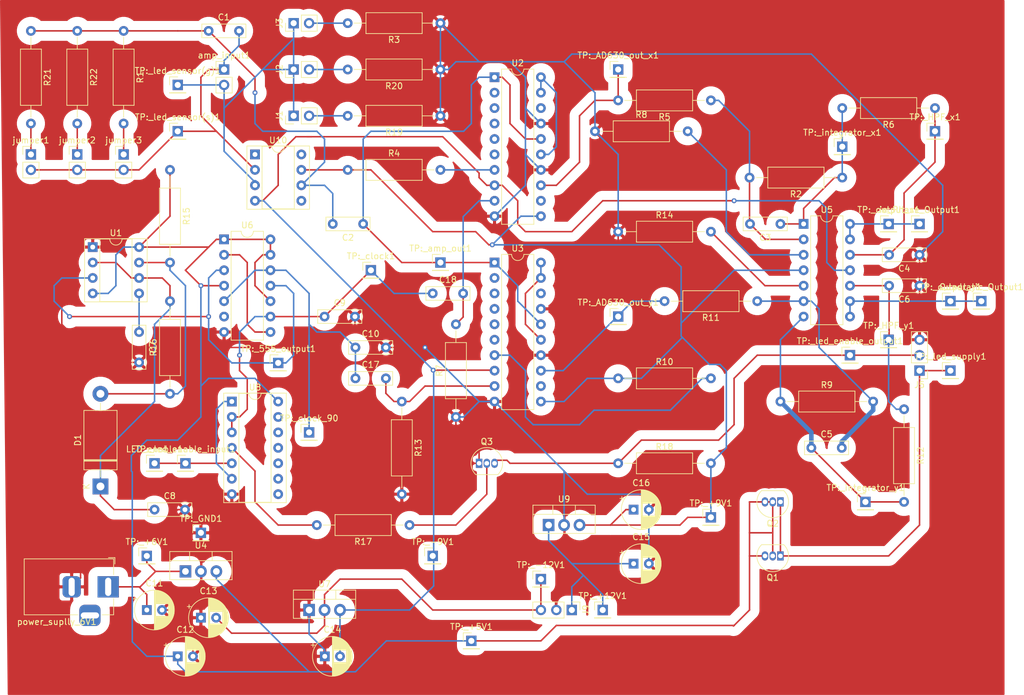
<source format=kicad_pcb>
(kicad_pcb (version 20171130) (host pcbnew "(5.1.6)-1")
  (title_block (title timing_circuit))
  (layers (0 F.Cu signal) (31 B.Cu signal) (34 B.Paste user) (35 F.Paste user) (36 B.SilkS user) (37 F.SilkS user) (38 B.Mask user) (39 F.Mask user) (44 Edge.Cuts user))
  (net 0 "")
  (net 1 "Net-(C1-Pad1)")
  (net 2 "Net-(C1-Pad2)")
  (net 3 "Net-(C2-Pad1)")
  (net 4 "Net-(C3-Pad1)")
  (net 5 "Net-(C3-Pad2)")
  (net 6 GND)
  (net 7 "Net-(C4-Pad2)")
  (net 8 "Net-(C5-Pad2)")
  (net 9 "Net-(C5-Pad1)")
  (net 10 "Net-(C6-Pad2)")
  (net 11 "Net-(C7-Pad1)")
  (net 12 "Net-(C8-Pad1)")
  (net 13 "Net-(C10-Pad1)")
  (net 14 +9V)
  (net 15 +5V)
  (net 16 -9V)
  (net 17 "Net-(D1-Pad2)")
  (net 18 "Net-(J1-Pad2)")
  (net 19 "Net-(J5-Pad1)")
  (net 20 "Net-(J5-Pad2)")
  (net 21 "Net-(Q3-Pad2)")
  (net 22 "Net-(R4-Pad2)")
  (net 23 "Net-(R5-Pad2)")
  (net 24 "Net-(R8-Pad2)")
  (net 25 "Net-(R10-Pad2)")
  (net 26 "Net-(R11-Pad2)")
  (net 27 "Net-(R14-Pad2)")
  (net 28 "Net-(R17-Pad2)")
  (net 29 "Net-(U2-Pad12)")
  (net 30 "Net-(U2-Pad15)")
  (net 31 "Net-(U3-Pad15)")
  (net 32 "Net-(U3-Pad12)")
  (net 33 "Net-(U6-Pad2)")
  (net 34 "Net-(U8-Pad1)")
  (net 35 "Net-(U10-Pad8)")
  (net 36 /+6V)
  (net 37 /-12V)
  (net 38 /+12V)
  (net 39 "Net-(U2-Pad3)")
  (net 40 "Net-(U2-Pad4)")
  (net 41 "Net-(U2-Pad5)")
  (net 42 "Net-(U2-Pad6)")
  (net 43 "Net-(U10-Pad1)")
  (net 44 "Net-(U10-Pad5)")
  (net 45 "Net-(U3-Pad6)")
  (net 46 "Net-(U3-Pad5)")
  (net 47 "Net-(U3-Pad4)")
  (net 48 "Net-(U3-Pad3)")
  (net 49 "Net-(U6-Pad6)")
  (net 50 "Net-(TP:_output_x1-Pad1)")
  (net 51 "Net-(LED_enable1-Pad1)")
  (net 52 "Net-(Quadratic_Output1-Pad1)")
  (net 53 "Net-(TP:_555_output1-Pad1)")
  (net 54 "Net-(U2-Pad2)")
  (net 55 "Net-(U2-Pad18)")
  (net 56 "Net-(U3-Pad18)")
  (net 57 "Net-(U3-Pad2)")
  (net 58 "Net-(C18-Pad1)")
  (net 59 "Net-(C17-Pad2)")
  (net 60 "Net-(C18-Pad2)")
  (net 61 "Net-(J2-Pad2)")
  (net 62 "Net-(J3-Pad2)")
  (net 63 "Net-(R21-Pad2)")
  (net 64 "Net-(R22-Pad2)")
  (net 65 "Net-(R1-Pad2)")
  (net 66 "Net-(J1-Pad1)")
  (module Connector_PinHeader_2.54mm:PinHeader_1x01_P2.54mm_Vertical (layer F.Cu) (at 85.09 106.68)
    (fp_text reference TP:_-9V1 (at 0 -2.33) (layer F.SilkS))
    (fp_text value "TP - -9V")
    (pad 1 thru_hole rect (at 0 0) (size 1.7 1.7) (drill 1) (layers *.Cu *.Mask) (net 16 -9V))
  )
  (module Resistor_THT:R_Axial_DIN0309_L9.0mm_D3.2mm_P15.24mm_Horizontal (layer F.Cu) (at 26.67 20.32 270)
    (fp_text reference R22 (at 7.62 -2.72 90) (layer F.SilkS))
    (fp_text value 100k)
    (pad 2 thru_hole oval (at 15.24 0 270) (size 1.6 1.6) (drill 0.8) (layers *.Cu *.Mask) (net 64 "Net-(R22-Pad2)"))
    (pad 1 thru_hole circle (at 0 0 270) (size 1.6 1.6) (drill 0.8) (layers *.Cu *.Mask) (net 1 "Net-(C1-Pad1)"))
  )
  (module Resistor_THT:R_Axial_DIN0309_L9.0mm_D3.2mm_P15.24mm_Horizontal (layer F.Cu) (at 19.05 20.32 270)
    (fp_text reference R21 (at 7.62 -2.72 90) (layer F.SilkS))
    (fp_text value 200k)
    (pad 2 thru_hole oval (at 15.24 0 270) (size 1.6 1.6) (drill 0.8) (layers *.Cu *.Mask) (net 63 "Net-(R21-Pad2)"))
    (pad 1 thru_hole circle (at 0 0 270) (size 1.6 1.6) (drill 0.8) (layers *.Cu *.Mask) (net 1 "Net-(C1-Pad1)"))
  )
  (module Resistor_THT:R_Axial_DIN0309_L9.0mm_D3.2mm_P15.24mm_Horizontal (layer F.Cu) (at 86.36 26.67 180)
    (fp_text reference R20 (at 7.62 -2.72) (layer F.SilkS))
    (fp_text value 100k)
    (pad 2 thru_hole oval (at 15.24 0 180) (size 1.6 1.6) (drill 0.8) (layers *.Cu *.Mask) (net 61 "Net-(J2-Pad2)"))
    (pad 1 thru_hole circle (at 0 0 180) (size 1.6 1.6) (drill 0.8) (layers *.Cu *.Mask) (net 6 GND))
  )
  (module Resistor_THT:R_Axial_DIN0309_L9.0mm_D3.2mm_P15.24mm_Horizontal (layer F.Cu) (at 86.36 34.29 180)
    (fp_text reference R19 (at 7.62 -2.72) (layer F.SilkS))
    (fp_text value 50k)
    (pad 2 thru_hole oval (at 15.24 0 180) (size 1.6 1.6) (drill 0.8) (layers *.Cu *.Mask) (net 18 "Net-(J1-Pad2)"))
    (pad 1 thru_hole circle (at 0 0 180) (size 1.6 1.6) (drill 0.8) (layers *.Cu *.Mask) (net 6 GND))
  )
  (module Package_TO_SOT_THT:TO-92_Inline (layer F.Cu) (at 92.71 91.44)
    (fp_text reference Q3 (at 1.27 -3.56) (layer F.SilkS))
    (fp_text value 2N3904)
    (pad 1 thru_hole rect (at 0 0) (size 1.05 1.5) (drill 0.75) (layers *.Cu *.Mask) (net 6 GND))
    (pad 3 thru_hole oval (at 2.54 0) (size 1.05 1.5) (drill 0.75) (layers *.Cu *.Mask) (net 20 "Net-(J5-Pad2)"))
    (pad 2 thru_hole oval (at 1.27 0) (size 1.05 1.5) (drill 0.75) (layers *.Cu *.Mask) (net 21 "Net-(Q3-Pad2)"))
  )
  (module Package_TO_SOT_THT:TO-92_Inline (layer F.Cu) (at 142.24 97.79 180)
    (fp_text reference Q2 (at 1.27 -3.56) (layer F.SilkS))
    (fp_text value 2N3904)
    (pad 1 thru_hole rect (at 0 0 180) (size 1.05 1.5) (drill 0.75) (layers *.Cu *.Mask) (net 19 "Net-(J5-Pad1)"))
    (pad 3 thru_hole oval (at 2.54 0 180) (size 1.05 1.5) (drill 0.75) (layers *.Cu *.Mask) (net 15 +5V))
    (pad 2 thru_hole oval (at 1.27 0 180) (size 1.05 1.5) (drill 0.75) (layers *.Cu *.Mask) (net 15 +5V))
  )
  (module Package_TO_SOT_THT:TO-92_Inline (layer F.Cu) (at 142.24 106.68 180)
    (fp_text reference Q1 (at 1.27 -3.56) (layer F.SilkS))
    (fp_text value 2N3904)
    (pad 1 thru_hole rect (at 0 0 180) (size 1.05 1.5) (drill 0.75) (layers *.Cu *.Mask) (net 19 "Net-(J5-Pad1)"))
    (pad 3 thru_hole oval (at 2.54 0 180) (size 1.05 1.5) (drill 0.75) (layers *.Cu *.Mask) (net 15 +5V))
    (pad 2 thru_hole oval (at 1.27 0 180) (size 1.05 1.5) (drill 0.75) (layers *.Cu *.Mask) (net 15 +5V))
  )
  (module Connector_PinHeader_2.54mm:PinHeader_1x02_P2.54mm_Vertical (layer F.Cu) (at 62.23 19.05 90)
    (fp_text reference J3 (at 0 -2.33 90) (layer F.SilkS))
    (fp_text value jumper3)
    (pad 2 thru_hole oval (at 0 2.54 90) (size 1.7 1.7) (drill 1) (layers *.Cu *.Mask) (net 62 "Net-(J3-Pad2)"))
    (pad 1 thru_hole rect (at 0 0 90) (size 1.7 1.7) (drill 1) (layers *.Cu *.Mask) (net 66 "Net-(J1-Pad1)"))
  )
  (module Connector_PinHeader_2.54mm:PinHeader_1x02_P2.54mm_Vertical (layer F.Cu) (at 62.23 26.67 90)
    (fp_text reference J2 (at 0 -2.33 90) (layer F.SilkS))
    (fp_text value jumper2)
    (pad 2 thru_hole oval (at 0 2.54 90) (size 1.7 1.7) (drill 1) (layers *.Cu *.Mask) (net 61 "Net-(J2-Pad2)"))
    (pad 1 thru_hole rect (at 0 0 90) (size 1.7 1.7) (drill 1) (layers *.Cu *.Mask) (net 66 "Net-(J1-Pad1)"))
  )
  (module Connector_PinHeader_2.54mm:PinHeader_1x02_P2.54mm_Vertical (layer F.Cu) (at 62.23 34.29 90)
    (fp_text reference J1 (at 0 -2.33 90) (layer F.SilkS))
    (fp_text value jumper1)
    (pad 2 thru_hole oval (at 0 2.54 90) (size 1.7 1.7) (drill 1) (layers *.Cu *.Mask) (net 18 "Net-(J1-Pad2)"))
    (pad 1 thru_hole rect (at 0 0 90) (size 1.7 1.7) (drill 1) (layers *.Cu *.Mask) (net 66 "Net-(J1-Pad1)"))
  )
  (module Capacitor_THT:C_Rect_L7.0mm_W2.0mm_P5.00mm (layer F.Cu) (at 85.09 63.5)
    (fp_text reference C18 (at 2.5 -2.25) (layer F.SilkS))
    (fp_text value 474n)
    (pad 2 thru_hole circle (at 5 0) (size 1.6 1.6) (drill 0.8) (layers *.Cu *.Mask) (net 60 "Net-(C18-Pad2)"))
    (pad 1 thru_hole circle (at 0 0) (size 1.6 1.6) (drill 0.8) (layers *.Cu *.Mask) (net 58 "Net-(C18-Pad1)"))
  )
  (module Capacitor_THT:C_Rect_L7.0mm_W2.0mm_P5.00mm (layer F.Cu) (at 72.39 77.47)
    (fp_text reference C17 (at 2.5 -2.25) (layer F.SilkS))
    (fp_text value 474n)
    (pad 2 thru_hole circle (at 5 0) (size 1.6 1.6) (drill 0.8) (layers *.Cu *.Mask) (net 59 "Net-(C17-Pad2)"))
    (pad 1 thru_hole circle (at 0 0) (size 1.6 1.6) (drill 0.8) (layers *.Cu *.Mask) (net 13 "Net-(C10-Pad1)"))
  )
  (module Connector_PinHeader_2.54mm:PinHeader_1x01_P2.54mm_Vertical (layer F.Cu) (at 160.02 71.12)
    (fp_text reference TP:_HPF_y1 (at 0 -2.33) (layer F.SilkS))
    (fp_text value "TP - HPF_y")
    (pad 1 thru_hole rect (at 0 0) (size 1.7 1.7) (drill 1) (layers *.Cu *.Mask) (net 10 "Net-(C6-Pad2)"))
  )
  (module Connector_PinHeader_2.54mm:PinHeader_1x01_P2.54mm_Vertical (layer F.Cu) (at 86.36 58.42)
    (fp_text reference TP:_amp_out1 (at 0 -2.33) (layer F.SilkS))
    (fp_text value "TP - amp_out")
    (pad 1 thru_hole rect (at 0 0) (size 1.7 1.7) (drill 1) (layers *.Cu *.Mask) (net 3 "Net-(C2-Pad1)"))
  )
  (module Connector_PinHeader_2.54mm:PinHeader_1x01_P2.54mm_Vertical (layer F.Cu) (at 59.69 74.93)
    (fp_text reference TP:_555_output1 (at 0 -2.33) (layer F.SilkS))
    (fp_text value "TP - 555_output")
    (pad 1 thru_hole rect (at 0 0) (size 1.7 1.7) (drill 1) (layers *.Cu *.Mask) (net 53 "Net-(TP:_555_output1-Pad1)"))
  )
  (module Package_TO_SOT_THT:TO-220-3_Vertical (layer F.Cu) (at 44.45 109.22)
    (fp_text reference U4 (at 2.54 -4.27) (layer F.SilkS))
    (fp_text value L7805)
    (pad 3 thru_hole oval (at 5.08 0) (size 1.905 2) (drill 1.1) (layers *.Cu *.Mask) (net 15 +5V))
    (pad 2 thru_hole oval (at 2.54 0) (size 1.905 2) (drill 1.1) (layers *.Cu *.Mask) (net 6 GND))
    (pad 1 thru_hole rect (at 0 0) (size 1.905 2) (drill 1.1) (layers *.Cu *.Mask) (net 36 /+6V))
  )
  (module Package_TO_SOT_THT:TO-220-3_Vertical (layer F.Cu) (at 64.77 115.57)
    (fp_text reference U7 (at 2.54 -4.27) (layer F.SilkS))
    (fp_text value LM7909_TO220)
    (pad 3 thru_hole oval (at 5.08 0) (size 1.905 2) (drill 1.1) (layers *.Cu *.Mask) (net 16 -9V))
    (pad 2 thru_hole oval (at 2.54 0) (size 1.905 2) (drill 1.1) (layers *.Cu *.Mask) (net 37 /-12V))
    (pad 1 thru_hole rect (at 0 0) (size 1.905 2) (drill 1.1) (layers *.Cu *.Mask) (net 6 GND))
  )
  (module Package_TO_SOT_THT:TO-220-3_Vertical (layer F.Cu) (at 104.14 101.6)
    (fp_text reference U9 (at 2.54 -4.27) (layer F.SilkS))
    (fp_text value L7809)
    (pad 3 thru_hole oval (at 5.08 0) (size 1.905 2) (drill 1.1) (layers *.Cu *.Mask) (net 14 +9V))
    (pad 2 thru_hole oval (at 2.54 0) (size 1.905 2) (drill 1.1) (layers *.Cu *.Mask) (net 6 GND))
    (pad 1 thru_hole rect (at 0 0) (size 1.905 2) (drill 1.1) (layers *.Cu *.Mask) (net 38 /+12V))
  )
  (module Connector_PinHeader_2.54mm:PinHeader_1x03_P2.54mm_Vertical (layer F.Cu) (at 107.95 115.57 270)
    (fp_text reference J9 (at 0 -2.33 90) (layer F.SilkS))
    (fp_text value Conn_01x03_Female)
    (pad 3 thru_hole oval (at 0 5.08 270) (size 1.7 1.7) (drill 1) (layers *.Cu *.Mask) (net 37 /-12V))
    (pad 2 thru_hole oval (at 0 2.54 270) (size 1.7 1.7) (drill 1) (layers *.Cu *.Mask) (net 6 GND))
    (pad 1 thru_hole rect (at 0 0 270) (size 1.7 1.7) (drill 1) (layers *.Cu *.Mask) (net 38 /+12V))
  )
  (module Connector_BarrelJack:BarrelJack_Horizontal (layer F.Cu) (at 31.75 111.76)
    (fp_text reference power_suplly_6V1 (at -8.45 5.75) (layer F.SilkS))
    (fp_text value Conn_01x02_Female)
    (pad 3 thru_hole roundrect (at -3 4.7) (size 3.5 3.5) (drill oval 3 1) (layers *.Cu *.Mask))
    (pad 2 thru_hole roundrect (at -6 0) (size 3 3.5) (drill oval 1 3) (layers *.Cu *.Mask) (net 6 GND))
    (pad 1 thru_hole rect (at 0 0) (size 3.5 3.5) (drill oval 1 3) (layers *.Cu *.Mask) (net 36 /+6V))
  )
  (module Capacitor_THT:C_Rect_L7.0mm_W2.0mm_P5.00mm (layer F.Cu) (at 48.26 20.32)
    (fp_text reference C1 (at 2.5 -2.25) (layer F.SilkS))
    (fp_text value 330p)
    (pad 1 thru_hole circle (at 0 0) (size 1.6 1.6) (drill 0.8) (layers *.Cu *.Mask) (net 1 "Net-(C1-Pad1)"))
    (pad 2 thru_hole circle (at 5 0) (size 1.6 1.6) (drill 0.8) (layers *.Cu *.Mask) (net 2 "Net-(C1-Pad2)"))
  )
  (module Capacitor_THT:C_Rect_L7.0mm_W2.0mm_P5.00mm (layer F.Cu) (at 73.66 52.07 180)
    (fp_text reference C2 (at 2.5 -2.25) (layer F.SilkS))
    (fp_text value 0.47u)
    (pad 2 thru_hole circle (at 5 0 180) (size 1.6 1.6) (drill 0.8) (layers *.Cu *.Mask) (net 1 "Net-(C1-Pad1)"))
    (pad 1 thru_hole circle (at 0 0 180) (size 1.6 1.6) (drill 0.8) (layers *.Cu *.Mask) (net 3 "Net-(C2-Pad1)"))
  )
  (module Capacitor_THT:C_Rect_L7.0mm_W2.0mm_P5.00mm (layer F.Cu) (at 142.24 52.07 180)
    (fp_text reference C3 (at 2.5 -2.25) (layer F.SilkS))
    (fp_text value 0.1u)
    (pad 1 thru_hole circle (at 0 0 180) (size 1.6 1.6) (drill 0.8) (layers *.Cu *.Mask) (net 4 "Net-(C3-Pad1)"))
    (pad 2 thru_hole circle (at 5 0 180) (size 1.6 1.6) (drill 0.8) (layers *.Cu *.Mask) (net 5 "Net-(C3-Pad2)"))
  )
  (module Capacitor_THT:C_Rect_L7.0mm_W2.0mm_P5.00mm (layer F.Cu) (at 165.1 57.15 180)
    (fp_text reference C4 (at 2.5 -2.25) (layer F.SilkS))
    (fp_text value 0.1u)
    (pad 1 thru_hole circle (at 0 0 180) (size 1.6 1.6) (drill 0.8) (layers *.Cu *.Mask) (net 6 GND))
    (pad 2 thru_hole circle (at 5 0 180) (size 1.6 1.6) (drill 0.8) (layers *.Cu *.Mask) (net 7 "Net-(C4-Pad2)"))
  )
  (module Capacitor_THT:C_Rect_L7.0mm_W2.0mm_P5.00mm (layer F.Cu) (at 147.32 88.9)
    (fp_text reference C5 (at 2.5 -2.25) (layer F.SilkS))
    (fp_text value 0.1u)
    (pad 2 thru_hole circle (at 5 0) (size 1.6 1.6) (drill 0.8) (layers *.Cu *.Mask) (net 8 "Net-(C5-Pad2)"))
    (pad 1 thru_hole circle (at 0 0) (size 1.6 1.6) (drill 0.8) (layers *.Cu *.Mask) (net 9 "Net-(C5-Pad1)"))
  )
  (module Capacitor_THT:C_Rect_L7.0mm_W2.0mm_P5.00mm (layer F.Cu) (at 165.1 62.23 180)
    (fp_text reference C6 (at 2.5 -2.25) (layer F.SilkS))
    (fp_text value 0.1u)
    (pad 1 thru_hole circle (at 0 0 180) (size 1.6 1.6) (drill 0.8) (layers *.Cu *.Mask) (net 6 GND))
    (pad 2 thru_hole circle (at 5 0 180) (size 1.6 1.6) (drill 0.8) (layers *.Cu *.Mask) (net 10 "Net-(C6-Pad2)"))
  )
  (module Capacitor_THT:C_Rect_L7.0mm_W2.0mm_P5.00mm (layer F.Cu) (at 36.83 69.85 270)
    (fp_text reference C7 (at 2.5 -2.25 90) (layer F.SilkS))
    (fp_text value 0.01u)
    (pad 2 thru_hole circle (at 5 0 270) (size 1.6 1.6) (drill 0.8) (layers *.Cu *.Mask) (net 6 GND))
    (pad 1 thru_hole circle (at 0 0 270) (size 1.6 1.6) (drill 0.8) (layers *.Cu *.Mask) (net 11 "Net-(C7-Pad1)"))
  )
  (module Capacitor_THT:C_Rect_L7.0mm_W2.0mm_P5.00mm (layer F.Cu) (at 39.37 99.06)
    (fp_text reference C8 (at 2.5 -2.25) (layer F.SilkS))
    (fp_text value 0.2u)
    (pad 2 thru_hole circle (at 5 0) (size 1.6 1.6) (drill 0.8) (layers *.Cu *.Mask) (net 6 GND))
    (pad 1 thru_hole circle (at 0 0) (size 1.6 1.6) (drill 0.8) (layers *.Cu *.Mask) (net 12 "Net-(C8-Pad1)"))
  )
  (module Capacitor_THT:C_Rect_L7.0mm_W2.0mm_P5.00mm (layer F.Cu) (at 67.31 67.31)
    (fp_text reference C9 (at 2.5 -2.25) (layer F.SilkS))
    (fp_text value 0.1u)
    (pad 1 thru_hole circle (at 0 0) (size 1.6 1.6) (drill 0.8) (layers *.Cu *.Mask) (net 58 "Net-(C18-Pad1)"))
    (pad 2 thru_hole circle (at 5 0) (size 1.6 1.6) (drill 0.8) (layers *.Cu *.Mask) (net 6 GND))
  )
  (module Capacitor_THT:C_Rect_L7.0mm_W2.0mm_P5.00mm (layer F.Cu) (at 72.39 72.39)
    (fp_text reference C10 (at 2.5 -2.25) (layer F.SilkS))
    (fp_text value 0.1u)
    (pad 2 thru_hole circle (at 5 0) (size 1.6 1.6) (drill 0.8) (layers *.Cu *.Mask) (net 6 GND))
    (pad 1 thru_hole circle (at 0 0) (size 1.6 1.6) (drill 0.8) (layers *.Cu *.Mask) (net 13 "Net-(C10-Pad1)"))
  )
  (module Capacitor_THT:CP_Radial_D6.3mm_P2.50mm (layer F.Cu) (at 38.1 115.57)
    (fp_text reference C11 (at 1.25 -4.4) (layer F.SilkS))
    (fp_text value 10uf)
    (pad 1 thru_hole rect (at 0 0) (size 1.6 1.6) (drill 0.8) (layers *.Cu *.Mask) (net 36 /+6V))
    (pad 2 thru_hole circle (at 2.5 0) (size 1.6 1.6) (drill 0.8) (layers *.Cu *.Mask) (net 6 GND))
  )
  (module Capacitor_THT:CP_Radial_D6.3mm_P2.50mm (layer F.Cu) (at 43.18 123.19)
    (fp_text reference C12 (at 1.25 -4.4) (layer F.SilkS))
    (fp_text value 10u)
    (pad 2 thru_hole circle (at 2.5 0) (size 1.6 1.6) (drill 0.8) (layers *.Cu *.Mask) (net 6 GND))
    (pad 1 thru_hole rect (at 0 0) (size 1.6 1.6) (drill 0.8) (layers *.Cu *.Mask) (net 15 +5V))
  )
  (module Capacitor_THT:CP_Radial_D6.3mm_P2.50mm (layer F.Cu) (at 46.99 116.84)
    (fp_text reference C13 (at 1.25 -4.4) (layer F.SilkS))
    (fp_text value 10u)
    (pad 1 thru_hole rect (at 0 0) (size 1.6 1.6) (drill 0.8) (layers *.Cu *.Mask) (net 6 GND))
    (pad 2 thru_hole circle (at 2.5 0) (size 1.6 1.6) (drill 0.8) (layers *.Cu *.Mask) (net 37 /-12V))
  )
  (module Capacitor_THT:CP_Radial_D6.3mm_P2.50mm (layer F.Cu) (at 67.35 123.19)
    (fp_text reference C14 (at 1.25 -4.4) (layer F.SilkS))
    (fp_text value 10u)
    (pad 2 thru_hole circle (at 2.5 0) (size 1.6 1.6) (drill 0.8) (layers *.Cu *.Mask) (net 16 -9V))
    (pad 1 thru_hole rect (at 0 0) (size 1.6 1.6) (drill 0.8) (layers *.Cu *.Mask) (net 6 GND))
  )
  (module Capacitor_THT:CP_Radial_D6.3mm_P2.50mm (layer F.Cu) (at 118.11 107.95)
    (fp_text reference C15 (at 1.25 -4.4) (layer F.SilkS))
    (fp_text value 10u)
    (pad 1 thru_hole rect (at 0 0) (size 1.6 1.6) (drill 0.8) (layers *.Cu *.Mask) (net 38 /+12V))
    (pad 2 thru_hole circle (at 2.5 0) (size 1.6 1.6) (drill 0.8) (layers *.Cu *.Mask) (net 6 GND))
  )
  (module Capacitor_THT:CP_Radial_D6.3mm_P2.50mm (layer F.Cu) (at 118.11 99.06)
    (fp_text reference C16 (at 1.25 -4.4) (layer F.SilkS))
    (fp_text value 10u)
    (pad 2 thru_hole circle (at 2.5 0) (size 1.6 1.6) (drill 0.8) (layers *.Cu *.Mask) (net 6 GND))
    (pad 1 thru_hole rect (at 0 0) (size 1.6 1.6) (drill 0.8) (layers *.Cu *.Mask) (net 14 +9V))
  )
  (module Diode_THT:D_DO-201_P15.24mm_Horizontal (layer F.Cu) (at 30.48 95.25 90)
    (fp_text reference D1 (at 7.62 -3.725 90) (layer F.SilkS))
    (fp_text value D)
    (fp_text user K (at 0 -2.3 90) (layer F.SilkS))
    (pad 1 thru_hole rect (at 0 0 90) (size 2.6 2.6) (drill 1.3) (layers *.Cu *.Mask) (net 12 "Net-(C8-Pad1)"))
    (pad 2 thru_hole oval (at 15.24 0 90) (size 2.6 2.6) (drill 1.3) (layers *.Cu *.Mask) (net 17 "Net-(D1-Pad2)"))
  )
  (module Connector_PinHeader_2.54mm:PinHeader_1x02_P2.54mm_Vertical (layer F.Cu) (at 50.8 26.67)
    (fp_text reference amp_input1 (at 0 -2.33) (layer F.SilkS))
    (fp_text value Conn_01x02_Male)
    (pad 1 thru_hole rect (at 0 0) (size 1.7 1.7) (drill 1) (layers *.Cu *.Mask) (net 2 "Net-(C1-Pad2)"))
    (pad 2 thru_hole oval (at 0 2.54) (size 1.7 1.7) (drill 1) (layers *.Cu *.Mask) (net 66 "Net-(J1-Pad1)"))
  )
  (module Connector_PinHeader_2.54mm:PinHeader_1x01_P2.54mm_Vertical (layer F.Cu) (at 165.1 52.07)
    (fp_text reference in_Phase_Output1 (at 0 -2.33) (layer F.SilkS))
    (fp_text value "In Phase Output")
    (pad 1 thru_hole rect (at 0 0) (size 1.7 1.7) (drill 1) (layers *.Cu *.Mask) (net 50 "Net-(TP:_output_x1-Pad1)"))
  )
  (module Connector_PinHeader_2.54mm:PinHeader_1x01_P2.54mm_Vertical (layer F.Cu) (at 175.26 64.77)
    (fp_text reference Quadratic_Output1 (at 0 -2.33) (layer F.SilkS))
    (fp_text value "Quadratic Output")
    (pad 1 thru_hole rect (at 0 0) (size 1.7 1.7) (drill 1) (layers *.Cu *.Mask) (net 52 "Net-(Quadratic_Output1-Pad1)"))
  )
  (module Connector_PinHeader_2.54mm:PinHeader_1x01_P2.54mm_Vertical (layer F.Cu) (at 39.37 91.44)
    (fp_text reference LED_enable1 (at 0 -2.33) (layer F.SilkS))
    (fp_text value "LED enable")
    (pad 1 thru_hole rect (at 0 0) (size 1.7 1.7) (drill 1) (layers *.Cu *.Mask) (net 51 "Net-(LED_enable1-Pad1)"))
  )
  (module Connector_PinHeader_2.54mm:PinHeader_1x03_P2.54mm_Vertical (layer F.Cu) (at 165.1 76.2 180)
    (fp_text reference J5 (at 0 -2.33) (layer F.SilkS))
    (fp_text value Conn_01x03_Female)
    (pad 1 thru_hole rect (at 0 0 180) (size 1.7 1.7) (drill 1) (layers *.Cu *.Mask) (net 19 "Net-(J5-Pad1)"))
    (pad 2 thru_hole oval (at 0 2.54 180) (size 1.7 1.7) (drill 1) (layers *.Cu *.Mask) (net 20 "Net-(J5-Pad2)"))
    (pad 3 thru_hole oval (at 0 5.08 180) (size 1.7 1.7) (drill 1) (layers *.Cu *.Mask) (net 6 GND))
  )
  (module Resistor_THT:R_Axial_DIN0309_L9.0mm_D3.2mm_P15.24mm_Horizontal (layer F.Cu) (at 34.29 20.32 270)
    (fp_text reference R1 (at 7.62 -2.72 90) (layer F.SilkS))
    (fp_text value 50k)
    (pad 2 thru_hole oval (at 15.24 0 270) (size 1.6 1.6) (drill 0.8) (layers *.Cu *.Mask) (net 65 "Net-(R1-Pad2)"))
    (pad 1 thru_hole circle (at 0 0 270) (size 1.6 1.6) (drill 0.8) (layers *.Cu *.Mask) (net 1 "Net-(C1-Pad1)"))
  )
  (module Resistor_THT:R_Axial_DIN0309_L9.0mm_D3.2mm_P15.24mm_Horizontal (layer F.Cu) (at 152.4 44.45 180)
    (fp_text reference R2 (at 7.62 -2.72) (layer F.SilkS))
    (fp_text value 100k)
    (pad 1 thru_hole circle (at 0 0 180) (size 1.6 1.6) (drill 0.8) (layers *.Cu *.Mask) (net 4 "Net-(C3-Pad1)"))
    (pad 2 thru_hole oval (at 15.24 0 180) (size 1.6 1.6) (drill 0.8) (layers *.Cu *.Mask) (net 5 "Net-(C3-Pad2)"))
  )
  (module Resistor_THT:R_Axial_DIN0309_L9.0mm_D3.2mm_P15.24mm_Horizontal (layer F.Cu) (at 86.36 19.05 180)
    (fp_text reference R3 (at 7.62 -2.72) (layer F.SilkS))
    (fp_text value 200k)
    (pad 1 thru_hole circle (at 0 0 180) (size 1.6 1.6) (drill 0.8) (layers *.Cu *.Mask) (net 6 GND))
    (pad 2 thru_hole oval (at 15.24 0 180) (size 1.6 1.6) (drill 0.8) (layers *.Cu *.Mask) (net 62 "Net-(J3-Pad2)"))
  )
  (module Resistor_THT:R_Axial_DIN0309_L9.0mm_D3.2mm_P15.24mm_Horizontal (layer F.Cu) (at 71.12 43.18)
    (fp_text reference R4 (at 7.62 -2.72) (layer F.SilkS))
    (fp_text value 4.7k)
    (pad 1 thru_hole circle (at 0 0) (size 1.6 1.6) (drill 0.8) (layers *.Cu *.Mask) (net 14 +9V))
    (pad 2 thru_hole oval (at 15.24 0) (size 1.6 1.6) (drill 0.8) (layers *.Cu *.Mask) (net 22 "Net-(R4-Pad2)"))
  )
  (module Resistor_THT:R_Axial_DIN0309_L9.0mm_D3.2mm_P15.24mm_Horizontal (layer F.Cu) (at 130.81 31.75 180)
    (fp_text reference R5 (at 7.62 -2.72) (layer F.SilkS))
    (fp_text value 1k)
    (pad 2 thru_hole oval (at 15.24 0 180) (size 1.6 1.6) (drill 0.8) (layers *.Cu *.Mask) (net 23 "Net-(R5-Pad2)"))
    (pad 1 thru_hole circle (at 0 0 180) (size 1.6 1.6) (drill 0.8) (layers *.Cu *.Mask) (net 5 "Net-(C3-Pad2)"))
  )
  (module Resistor_THT:R_Axial_DIN0309_L9.0mm_D3.2mm_P15.24mm_Horizontal (layer F.Cu) (at 167.64 33.02 180)
    (fp_text reference R6 (at 7.62 -2.72) (layer F.SilkS))
    (fp_text value 100k)
    (pad 2 thru_hole oval (at 15.24 0 180) (size 1.6 1.6) (drill 0.8) (layers *.Cu *.Mask) (net 4 "Net-(C3-Pad1)"))
    (pad 1 thru_hole circle (at 0 0 180) (size 1.6 1.6) (drill 0.8) (layers *.Cu *.Mask) (net 7 "Net-(C4-Pad2)"))
  )
  (module Resistor_THT:R_Axial_DIN0309_L9.0mm_D3.2mm_P15.24mm_Horizontal (layer F.Cu) (at 88.9 83.82 90)
    (fp_text reference R7 (at 7.62 -2.72 90) (layer F.SilkS))
    (fp_text value 56k)
    (pad 1 thru_hole circle (at 0 0 90) (size 1.6 1.6) (drill 0.8) (layers *.Cu *.Mask) (net 6 GND))
    (pad 2 thru_hole oval (at 15.24 0 90) (size 1.6 1.6) (drill 0.8) (layers *.Cu *.Mask) (net 60 "Net-(C18-Pad2)"))
  )
  (module Resistor_THT:R_Axial_DIN0309_L9.0mm_D3.2mm_P15.24mm_Horizontal (layer F.Cu) (at 111.76 36.83)
    (fp_text reference R8 (at 7.62 -2.72) (layer F.SilkS))
    (fp_text value 1k)
    (pad 1 thru_hole circle (at 0 0) (size 1.6 1.6) (drill 0.8) (layers *.Cu *.Mask) (net 6 GND))
    (pad 2 thru_hole oval (at 15.24 0) (size 1.6 1.6) (drill 0.8) (layers *.Cu *.Mask) (net 24 "Net-(R8-Pad2)"))
  )
  (module Resistor_THT:R_Axial_DIN0309_L9.0mm_D3.2mm_P15.24mm_Horizontal (layer F.Cu) (at 142.24 81.28)
    (fp_text reference R9 (at 7.62 -2.72) (layer F.SilkS))
    (fp_text value 100k)
    (pad 1 thru_hole circle (at 0 0) (size 1.6 1.6) (drill 0.8) (layers *.Cu *.Mask) (net 9 "Net-(C5-Pad1)"))
    (pad 2 thru_hole oval (at 15.24 0) (size 1.6 1.6) (drill 0.8) (layers *.Cu *.Mask) (net 8 "Net-(C5-Pad2)"))
  )
  (module Resistor_THT:R_Axial_DIN0309_L9.0mm_D3.2mm_P15.24mm_Horizontal (layer F.Cu) (at 115.57 77.47)
    (fp_text reference R10 (at 7.62 -2.72) (layer F.SilkS))
    (fp_text value 4.7k)
    (pad 1 thru_hole circle (at 0 0) (size 1.6 1.6) (drill 0.8) (layers *.Cu *.Mask) (net 14 +9V))
    (pad 2 thru_hole oval (at 15.24 0) (size 1.6 1.6) (drill 0.8) (layers *.Cu *.Mask) (net 25 "Net-(R10-Pad2)"))
  )
  (module Resistor_THT:R_Axial_DIN0309_L9.0mm_D3.2mm_P15.24mm_Horizontal (layer F.Cu) (at 138.43 64.77 180)
    (fp_text reference R11 (at 7.62 -2.72) (layer F.SilkS))
    (fp_text value 1k)
    (pad 2 thru_hole oval (at 15.24 0 180) (size 1.6 1.6) (drill 0.8) (layers *.Cu *.Mask) (net 26 "Net-(R11-Pad2)"))
    (pad 1 thru_hole circle (at 0 0 180) (size 1.6 1.6) (drill 0.8) (layers *.Cu *.Mask) (net 8 "Net-(C5-Pad2)"))
  )
  (module Resistor_THT:R_Axial_DIN0309_L9.0mm_D3.2mm_P15.24mm_Horizontal (layer F.Cu) (at 162.56 82.55 270)
    (fp_text reference R12 (at 7.62 -2.72 90) (layer F.SilkS))
    (fp_text value 100k)
    (pad 2 thru_hole oval (at 15.24 0 270) (size 1.6 1.6) (drill 0.8) (layers *.Cu *.Mask) (net 9 "Net-(C5-Pad1)"))
    (pad 1 thru_hole circle (at 0 0 270) (size 1.6 1.6) (drill 0.8) (layers *.Cu *.Mask) (net 10 "Net-(C6-Pad2)"))
  )
  (module Resistor_THT:R_Axial_DIN0309_L9.0mm_D3.2mm_P15.24mm_Horizontal (layer F.Cu) (at 80.01 81.28 270)
    (fp_text reference R13 (at 7.62 -2.72 90) (layer F.SilkS))
    (fp_text value 56k)
    (pad 2 thru_hole oval (at 15.24 0 270) (size 1.6 1.6) (drill 0.8) (layers *.Cu *.Mask) (net 6 GND))
    (pad 1 thru_hole circle (at 0 0 270) (size 1.6 1.6) (drill 0.8) (layers *.Cu *.Mask) (net 59 "Net-(C17-Pad2)"))
  )
  (module Resistor_THT:R_Axial_DIN0309_L9.0mm_D3.2mm_P15.24mm_Horizontal (layer F.Cu) (at 115.57 53.34)
    (fp_text reference R14 (at 7.62 -2.72) (layer F.SilkS))
    (fp_text value 1k)
    (pad 1 thru_hole circle (at 0 0) (size 1.6 1.6) (drill 0.8) (layers *.Cu *.Mask) (net 6 GND))
    (pad 2 thru_hole oval (at 15.24 0) (size 1.6 1.6) (drill 0.8) (layers *.Cu *.Mask) (net 27 "Net-(R14-Pad2)"))
  )
  (module Resistor_THT:R_Axial_DIN0309_L9.0mm_D3.2mm_P15.24mm_Horizontal (layer F.Cu) (at 41.91 43.18 270)
    (fp_text reference R15 (at 7.62 -2.72 90) (layer F.SilkS))
    (fp_text value 2k)
    (pad 2 thru_hole oval (at 15.24 0 270) (size 1.6 1.6) (drill 0.8) (layers *.Cu *.Mask) (net 17 "Net-(D1-Pad2)"))
    (pad 1 thru_hole circle (at 0 0 270) (size 1.6 1.6) (drill 0.8) (layers *.Cu *.Mask) (net 15 +5V))
  )
  (module Resistor_THT:R_Axial_DIN0309_L9.0mm_D3.2mm_P15.24mm_Horizontal (layer F.Cu) (at 41.91 80.01 90)
    (fp_text reference R16 (at 7.62 -2.72 90) (layer F.SilkS))
    (fp_text value 2k)
    (pad 1 thru_hole circle (at 0 0 90) (size 1.6 1.6) (drill 0.8) (layers *.Cu *.Mask) (net 17 "Net-(D1-Pad2)"))
    (pad 2 thru_hole oval (at 15.24 0 90) (size 1.6 1.6) (drill 0.8) (layers *.Cu *.Mask) (net 12 "Net-(C8-Pad1)"))
  )
  (module Resistor_THT:R_Axial_DIN0309_L9.0mm_D3.2mm_P15.24mm_Horizontal (layer F.Cu) (at 81.28 101.6 180)
    (fp_text reference R17 (at 7.62 -2.72) (layer F.SilkS))
    (fp_text value 12k)
    (pad 2 thru_hole oval (at 15.24 0 180) (size 1.6 1.6) (drill 0.8) (layers *.Cu *.Mask) (net 28 "Net-(R17-Pad2)"))
    (pad 1 thru_hole circle (at 0 0 180) (size 1.6 1.6) (drill 0.8) (layers *.Cu *.Mask) (net 21 "Net-(Q3-Pad2)"))
  )
  (module Resistor_THT:R_Axial_DIN0309_L9.0mm_D3.2mm_P15.24mm_Horizontal (layer F.Cu) (at 115.57 91.44)
    (fp_text reference R18 (at 7.62 -2.72) (layer F.SilkS))
    (fp_text value 1k)
    (pad 2 thru_hole oval (at 15.24 0) (size 1.6 1.6) (drill 0.8) (layers *.Cu *.Mask) (net 14 +9V))
    (pad 1 thru_hole circle (at 0 0) (size 1.6 1.6) (drill 0.8) (layers *.Cu *.Mask) (net 20 "Net-(J5-Pad2)"))
  )
  (module Package_DIP:DIP-8_W7.62mm_Socket (layer F.Cu) (at 29.21 55.88)
    (fp_text reference U1 (at 3.81 -2.33) (layer F.SilkS))
    (fp_text value LM555)
    (pad 8 thru_hole oval (at 7.62 0) (size 1.6 1.6) (drill 0.8) (layers *.Cu *.Mask) (net 15 +5V))
    (pad 4 thru_hole oval (at 0 7.62) (size 1.6 1.6) (drill 0.8) (layers *.Cu *.Mask) (net 15 +5V))
    (pad 7 thru_hole oval (at 7.62 2.54) (size 1.6 1.6) (drill 0.8) (layers *.Cu *.Mask) (net 17 "Net-(D1-Pad2)"))
    (pad 3 thru_hole oval (at 0 5.08) (size 1.6 1.6) (drill 0.8) (layers *.Cu *.Mask) (net 53 "Net-(TP:_555_output1-Pad1)"))
    (pad 6 thru_hole oval (at 7.62 5.08) (size 1.6 1.6) (drill 0.8) (layers *.Cu *.Mask) (net 12 "Net-(C8-Pad1)"))
    (pad 2 thru_hole oval (at 0 2.54) (size 1.6 1.6) (drill 0.8) (layers *.Cu *.Mask) (net 12 "Net-(C8-Pad1)"))
    (pad 5 thru_hole oval (at 7.62 7.62) (size 1.6 1.6) (drill 0.8) (layers *.Cu *.Mask) (net 11 "Net-(C7-Pad1)"))
    (pad 1 thru_hole rect (at 0 0) (size 1.6 1.6) (drill 0.8) (layers *.Cu *.Mask) (net 6 GND))
  )
  (module Package_DIP:DIP-20_W7.62mm (layer F.Cu) (at 95.25 27.94)
    (fp_text reference U2 (at 3.81 -2.33) (layer F.SilkS))
    (fp_text value AD630ARZ)
    (pad 1 thru_hole rect (at 0 0) (size 1.6 1.6) (drill 0.8) (layers *.Cu *.Mask) (net 3 "Net-(C2-Pad1)"))
    (pad 11 thru_hole oval (at 7.62 22.86) (size 1.6 1.6) (drill 0.8) (layers *.Cu *.Mask) (net 14 +9V))
    (pad 2 thru_hole oval (at 0 2.54) (size 1.6 1.6) (drill 0.8) (layers *.Cu *.Mask) (net 54 "Net-(U2-Pad2)"))
    (pad 12 thru_hole oval (at 7.62 20.32) (size 1.6 1.6) (drill 0.8) (layers *.Cu *.Mask) (net 29 "Net-(U2-Pad12)"))
    (pad 3 thru_hole oval (at 0 5.08) (size 1.6 1.6) (drill 0.8) (layers *.Cu *.Mask) (net 39 "Net-(U2-Pad3)"))
    (pad 13 thru_hole oval (at 7.62 17.78) (size 1.6 1.6) (drill 0.8) (layers *.Cu *.Mask) (net 23 "Net-(R5-Pad2)"))
    (pad 4 thru_hole oval (at 0 7.62) (size 1.6 1.6) (drill 0.8) (layers *.Cu *.Mask) (net 40 "Net-(U2-Pad4)"))
    (pad 14 thru_hole oval (at 7.62 15.24) (size 1.6 1.6) (drill 0.8) (layers *.Cu *.Mask) (net 6 GND))
    (pad 5 thru_hole oval (at 0 10.16) (size 1.6 1.6) (drill 0.8) (layers *.Cu *.Mask) (net 41 "Net-(U2-Pad5)"))
    (pad 15 thru_hole oval (at 7.62 12.7) (size 1.6 1.6) (drill 0.8) (layers *.Cu *.Mask) (net 30 "Net-(U2-Pad15)"))
    (pad 6 thru_hole oval (at 0 12.7) (size 1.6 1.6) (drill 0.8) (layers *.Cu *.Mask) (net 42 "Net-(U2-Pad6)"))
    (pad 16 thru_hole oval (at 7.62 10.16) (size 1.6 1.6) (drill 0.8) (layers *.Cu *.Mask) (net 3 "Net-(C2-Pad1)"))
    (pad 7 thru_hole oval (at 0 15.24) (size 1.6 1.6) (drill 0.8) (layers *.Cu *.Mask) (net 22 "Net-(R4-Pad2)"))
    (pad 17 thru_hole oval (at 7.62 7.62) (size 1.6 1.6) (drill 0.8) (layers *.Cu *.Mask) (net 6 GND))
    (pad 8 thru_hole oval (at 0 17.78) (size 1.6 1.6) (drill 0.8) (layers *.Cu *.Mask) (net 16 -9V))
    (pad 18 thru_hole oval (at 7.62 5.08) (size 1.6 1.6) (drill 0.8) (layers *.Cu *.Mask) (net 55 "Net-(U2-Pad18)"))
    (pad 9 thru_hole oval (at 0 20.32) (size 1.6 1.6) (drill 0.8) (layers *.Cu *.Mask) (net 60 "Net-(C18-Pad2)"))
    (pad 19 thru_hole oval (at 7.62 2.54) (size 1.6 1.6) (drill 0.8) (layers *.Cu *.Mask) (net 30 "Net-(U2-Pad15)"))
    (pad 10 thru_hole oval (at 0 22.86) (size 1.6 1.6) (drill 0.8) (layers *.Cu *.Mask) (net 6 GND))
    (pad 20 thru_hole oval (at 7.62 0) (size 1.6 1.6) (drill 0.8) (layers *.Cu *.Mask) (net 30 "Net-(U2-Pad15)"))
  )
  (module Package_DIP:DIP-20_W7.62mm (layer F.Cu) (at 95.25 58.42)
    (fp_text reference U3 (at 3.81 -2.33) (layer F.SilkS))
    (fp_text value AD630ARZ)
    (pad 20 thru_hole oval (at 7.62 0) (size 1.6 1.6) (drill 0.8) (layers *.Cu *.Mask) (net 31 "Net-(U3-Pad15)"))
    (pad 10 thru_hole oval (at 0 22.86) (size 1.6 1.6) (drill 0.8) (layers *.Cu *.Mask) (net 6 GND))
    (pad 19 thru_hole oval (at 7.62 2.54) (size 1.6 1.6) (drill 0.8) (layers *.Cu *.Mask) (net 31 "Net-(U3-Pad15)"))
    (pad 9 thru_hole oval (at 0 20.32) (size 1.6 1.6) (drill 0.8) (layers *.Cu *.Mask) (net 59 "Net-(C17-Pad2)"))
    (pad 18 thru_hole oval (at 7.62 5.08) (size 1.6 1.6) (drill 0.8) (layers *.Cu *.Mask) (net 56 "Net-(U3-Pad18)"))
    (pad 8 thru_hole oval (at 0 17.78) (size 1.6 1.6) (drill 0.8) (layers *.Cu *.Mask) (net 16 -9V))
    (pad 17 thru_hole oval (at 7.62 7.62) (size 1.6 1.6) (drill 0.8) (layers *.Cu *.Mask) (net 6 GND))
    (pad 7 thru_hole oval (at 0 15.24) (size 1.6 1.6) (drill 0.8) (layers *.Cu *.Mask) (net 25 "Net-(R10-Pad2)"))
    (pad 16 thru_hole oval (at 7.62 10.16) (size 1.6 1.6) (drill 0.8) (layers *.Cu *.Mask) (net 3 "Net-(C2-Pad1)"))
    (pad 6 thru_hole oval (at 0 12.7) (size 1.6 1.6) (drill 0.8) (layers *.Cu *.Mask) (net 45 "Net-(U3-Pad6)"))
    (pad 15 thru_hole oval (at 7.62 12.7) (size 1.6 1.6) (drill 0.8) (layers *.Cu *.Mask) (net 31 "Net-(U3-Pad15)"))
    (pad 5 thru_hole oval (at 0 10.16) (size 1.6 1.6) (drill 0.8) (layers *.Cu *.Mask) (net 46 "Net-(U3-Pad5)"))
    (pad 14 thru_hole oval (at 7.62 15.24) (size 1.6 1.6) (drill 0.8) (layers *.Cu *.Mask) (net 6 GND))
    (pad 4 thru_hole oval (at 0 7.62) (size 1.6 1.6) (drill 0.8) (layers *.Cu *.Mask) (net 47 "Net-(U3-Pad4)"))
    (pad 13 thru_hole oval (at 7.62 17.78) (size 1.6 1.6) (drill 0.8) (layers *.Cu *.Mask) (net 26 "Net-(R11-Pad2)"))
    (pad 3 thru_hole oval (at 0 5.08) (size 1.6 1.6) (drill 0.8) (layers *.Cu *.Mask) (net 48 "Net-(U3-Pad3)"))
    (pad 12 thru_hole oval (at 7.62 20.32) (size 1.6 1.6) (drill 0.8) (layers *.Cu *.Mask) (net 32 "Net-(U3-Pad12)"))
    (pad 2 thru_hole oval (at 0 2.54) (size 1.6 1.6) (drill 0.8) (layers *.Cu *.Mask) (net 57 "Net-(U3-Pad2)"))
    (pad 11 thru_hole oval (at 7.62 22.86) (size 1.6 1.6) (drill 0.8) (layers *.Cu *.Mask) (net 14 +9V))
    (pad 1 thru_hole rect (at 0 0) (size 1.6 1.6) (drill 0.8) (layers *.Cu *.Mask) (net 3 "Net-(C2-Pad1)"))
  )
  (module Package_DIP:DIP-14_W7.62mm (layer F.Cu) (at 146.05 52.07)
    (fp_text reference U5 (at 3.81 -2.33) (layer F.SilkS))
    (fp_text value TL084)
    (pad 14 thru_hole oval (at 7.62 0) (size 1.6 1.6) (drill 0.8) (layers *.Cu *.Mask) (net 50 "Net-(TP:_output_x1-Pad1)"))
    (pad 7 thru_hole oval (at 0 15.24) (size 1.6 1.6) (drill 0.8) (layers *.Cu *.Mask) (net 9 "Net-(C5-Pad1)"))
    (pad 13 thru_hole oval (at 7.62 2.54) (size 1.6 1.6) (drill 0.8) (layers *.Cu *.Mask) (net 50 "Net-(TP:_output_x1-Pad1)"))
    (pad 6 thru_hole oval (at 0 12.7) (size 1.6 1.6) (drill 0.8) (layers *.Cu *.Mask) (net 8 "Net-(C5-Pad2)"))
    (pad 12 thru_hole oval (at 7.62 5.08) (size 1.6 1.6) (drill 0.8) (layers *.Cu *.Mask) (net 7 "Net-(C4-Pad2)"))
    (pad 5 thru_hole oval (at 0 10.16) (size 1.6 1.6) (drill 0.8) (layers *.Cu *.Mask) (net 27 "Net-(R14-Pad2)"))
    (pad 11 thru_hole oval (at 7.62 7.62) (size 1.6 1.6) (drill 0.8) (layers *.Cu *.Mask) (net 16 -9V))
    (pad 4 thru_hole oval (at 0 7.62) (size 1.6 1.6) (drill 0.8) (layers *.Cu *.Mask) (net 14 +9V))
    (pad 10 thru_hole oval (at 7.62 10.16) (size 1.6 1.6) (drill 0.8) (layers *.Cu *.Mask) (net 10 "Net-(C6-Pad2)"))
    (pad 3 thru_hole oval (at 0 5.08) (size 1.6 1.6) (drill 0.8) (layers *.Cu *.Mask) (net 24 "Net-(R8-Pad2)"))
    (pad 9 thru_hole oval (at 7.62 12.7) (size 1.6 1.6) (drill 0.8) (layers *.Cu *.Mask) (net 52 "Net-(Quadratic_Output1-Pad1)"))
    (pad 2 thru_hole oval (at 0 2.54) (size 1.6 1.6) (drill 0.8) (layers *.Cu *.Mask) (net 5 "Net-(C3-Pad2)"))
    (pad 8 thru_hole oval (at 7.62 15.24) (size 1.6 1.6) (drill 0.8) (layers *.Cu *.Mask) (net 52 "Net-(Quadratic_Output1-Pad1)"))
    (pad 1 thru_hole rect (at 0 0) (size 1.6 1.6) (drill 0.8) (layers *.Cu *.Mask) (net 4 "Net-(C3-Pad1)"))
  )
  (module Package_DIP:DIP-14_W7.62mm (layer F.Cu) (at 50.8 54.61)
    (fp_text reference U6 (at 3.81 -2.33) (layer F.SilkS))
    (fp_text value 74LS74)
    (pad 1 thru_hole rect (at 0 0) (size 1.6 1.6) (drill 0.8) (layers *.Cu *.Mask) (net 15 +5V))
    (pad 8 thru_hole oval (at 7.62 15.24) (size 1.6 1.6) (drill 0.8) (layers *.Cu *.Mask) (net 33 "Net-(U6-Pad2)"))
    (pad 2 thru_hole oval (at 0 2.54) (size 1.6 1.6) (drill 0.8) (layers *.Cu *.Mask) (net 33 "Net-(U6-Pad2)"))
    (pad 9 thru_hole oval (at 7.62 12.7) (size 1.6 1.6) (drill 0.8) (layers *.Cu *.Mask) (net 58 "Net-(C18-Pad1)"))
    (pad 3 thru_hole oval (at 0 5.08) (size 1.6 1.6) (drill 0.8) (layers *.Cu *.Mask) (net 53 "Net-(TP:_555_output1-Pad1)"))
    (pad 10 thru_hole oval (at 7.62 10.16) (size 1.6 1.6) (drill 0.8) (layers *.Cu *.Mask) (net 15 +5V))
    (pad 4 thru_hole oval (at 0 7.62) (size 1.6 1.6) (drill 0.8) (layers *.Cu *.Mask) (net 15 +5V))
    (pad 11 thru_hole oval (at 7.62 7.62) (size 1.6 1.6) (drill 0.8) (layers *.Cu *.Mask) (net 53 "Net-(TP:_555_output1-Pad1)"))
    (pad 5 thru_hole oval (at 0 10.16) (size 1.6 1.6) (drill 0.8) (layers *.Cu *.Mask) (net 13 "Net-(C10-Pad1)"))
    (pad 12 thru_hole oval (at 7.62 5.08) (size 1.6 1.6) (drill 0.8) (layers *.Cu *.Mask) (net 13 "Net-(C10-Pad1)"))
    (pad 6 thru_hole oval (at 0 12.7) (size 1.6 1.6) (drill 0.8) (layers *.Cu *.Mask) (net 49 "Net-(U6-Pad6)"))
    (pad 13 thru_hole oval (at 7.62 2.54) (size 1.6 1.6) (drill 0.8) (layers *.Cu *.Mask) (net 15 +5V))
    (pad 7 thru_hole oval (at 0 15.24) (size 1.6 1.6) (drill 0.8) (layers *.Cu *.Mask) (net 6 GND))
    (pad 14 thru_hole oval (at 7.62 0) (size 1.6 1.6) (drill 0.8) (layers *.Cu *.Mask) (net 15 +5V))
  )
  (module Package_DIP:DIP-14_W7.62mm_Socket (layer F.Cu) (at 52.07 81.28)
    (fp_text reference U8 (at 3.81 -2.33) (layer F.SilkS))
    (fp_text value 7402)
    (pad 1 thru_hole rect (at 0 0) (size 1.6 1.6) (drill 0.8) (layers *.Cu *.Mask) (net 34 "Net-(U8-Pad1)"))
    (pad 8 thru_hole oval (at 7.62 15.24) (size 1.6 1.6) (drill 0.8) (layers *.Cu *.Mask))
    (pad 2 thru_hole oval (at 0 2.54) (size 1.6 1.6) (drill 0.8) (layers *.Cu *.Mask) (net 58 "Net-(C18-Pad1)"))
    (pad 9 thru_hole oval (at 7.62 12.7) (size 1.6 1.6) (drill 0.8) (layers *.Cu *.Mask))
    (pad 3 thru_hole oval (at 0 5.08) (size 1.6 1.6) (drill 0.8) (layers *.Cu *.Mask) (net 58 "Net-(C18-Pad1)"))
    (pad 10 thru_hole oval (at 7.62 10.16) (size 1.6 1.6) (drill 0.8) (layers *.Cu *.Mask))
    (pad 4 thru_hole oval (at 0 7.62) (size 1.6 1.6) (drill 0.8) (layers *.Cu *.Mask) (net 28 "Net-(R17-Pad2)"))
    (pad 11 thru_hole oval (at 7.62 7.62) (size 1.6 1.6) (drill 0.8) (layers *.Cu *.Mask))
    (pad 5 thru_hole oval (at 0 10.16) (size 1.6 1.6) (drill 0.8) (layers *.Cu *.Mask) (net 51 "Net-(LED_enable1-Pad1)"))
    (pad 12 thru_hole oval (at 7.62 5.08) (size 1.6 1.6) (drill 0.8) (layers *.Cu *.Mask))
    (pad 6 thru_hole oval (at 0 12.7) (size 1.6 1.6) (drill 0.8) (layers *.Cu *.Mask) (net 34 "Net-(U8-Pad1)"))
    (pad 13 thru_hole oval (at 7.62 2.54) (size 1.6 1.6) (drill 0.8) (layers *.Cu *.Mask))
    (pad 7 thru_hole oval (at 0 15.24) (size 1.6 1.6) (drill 0.8) (layers *.Cu *.Mask) (net 6 GND))
    (pad 14 thru_hole oval (at 7.62 0) (size 1.6 1.6) (drill 0.8) (layers *.Cu *.Mask) (net 15 +5V))
  )
  (module Package_DIP:DIP-8_W7.62mm_Socket (layer F.Cu) (at 55.88 40.64)
    (fp_text reference U10 (at 3.81 -2.33) (layer F.SilkS))
    (fp_text value CA3140)
    (pad 1 thru_hole rect (at 0 0) (size 1.6 1.6) (drill 0.8) (layers *.Cu *.Mask) (net 43 "Net-(U10-Pad1)"))
    (pad 5 thru_hole oval (at 7.62 7.62) (size 1.6 1.6) (drill 0.8) (layers *.Cu *.Mask) (net 44 "Net-(U10-Pad5)"))
    (pad 2 thru_hole oval (at 0 2.54) (size 1.6 1.6) (drill 0.8) (layers *.Cu *.Mask) (net 2 "Net-(C1-Pad2)"))
    (pad 6 thru_hole oval (at 7.62 5.08) (size 1.6 1.6) (drill 0.8) (layers *.Cu *.Mask) (net 1 "Net-(C1-Pad1)"))
    (pad 3 thru_hole oval (at 0 5.08) (size 1.6 1.6) (drill 0.8) (layers *.Cu *.Mask) (net 66 "Net-(J1-Pad1)"))
    (pad 7 thru_hole oval (at 7.62 2.54) (size 1.6 1.6) (drill 0.8) (layers *.Cu *.Mask) (net 14 +9V))
    (pad 4 thru_hole oval (at 0 7.62) (size 1.6 1.6) (drill 0.8) (layers *.Cu *.Mask) (net 16 -9V))
    (pad 8 thru_hole oval (at 7.62 0) (size 1.6 1.6) (drill 0.8) (layers *.Cu *.Mask) (net 35 "Net-(U10-Pad8)"))
  )
  (module Connector_PinHeader_2.54mm:PinHeader_1x01_P2.54mm_Vertical (layer F.Cu) (at 38.1 106.68)
    (fp_text reference TP:_+6V1 (at 0 -2.33) (layer F.SilkS))
    (fp_text value "TP - +6V")
    (pad 1 thru_hole rect (at 0 0) (size 1.7 1.7) (drill 1) (layers *.Cu *.Mask) (net 36 /+6V))
  )
  (module Connector_PinHeader_2.54mm:PinHeader_1x01_P2.54mm_Vertical (layer F.Cu) (at 91.44 120.65)
    (fp_text reference TP:_+5V1 (at 0 -2.33) (layer F.SilkS))
    (fp_text value "TP - +5V")
    (pad 1 thru_hole rect (at 0 0) (size 1.7 1.7) (drill 1) (layers *.Cu *.Mask) (net 15 +5V))
  )
  (module Connector_PinHeader_2.54mm:PinHeader_1x01_P2.54mm_Vertical (layer F.Cu) (at 102.87 110.49)
    (fp_text reference TP:_-12V1 (at 0 -2.33) (layer F.SilkS))
    (fp_text value "TP - -12V")
    (pad 1 thru_hole rect (at 0 0) (size 1.7 1.7) (drill 1) (layers *.Cu *.Mask) (net 37 /-12V))
  )
  (module Connector_PinHeader_2.54mm:PinHeader_1x01_P2.54mm_Vertical (layer F.Cu) (at 64.77 86.36)
    (fp_text reference TP:_clock_90 (at 0 -2.33) (layer F.SilkS))
    (fp_text value "TP - clock_90")
    (pad 1 thru_hole rect (at 0 0) (size 1.7 1.7) (drill 1) (layers *.Cu *.Mask) (net 13 "Net-(C10-Pad1)"))
  )
  (module Connector_PinHeader_2.54mm:PinHeader_1x01_P2.54mm_Vertical (layer F.Cu) (at 44.45 91.44)
    (fp_text reference TP:_led_enable_input1 (at 0 -2.33) (layer F.SilkS))
    (fp_text value "TP - led_enable_input")
    (pad 1 thru_hole rect (at 0 0) (size 1.7 1.7) (drill 1) (layers *.Cu *.Mask) (net 51 "Net-(LED_enable1-Pad1)"))
  )
  (module Connector_PinHeader_2.54mm:PinHeader_1x01_P2.54mm_Vertical (layer F.Cu) (at 74.93 59.69)
    (fp_text reference TP:_clock1 (at 0 -2.33) (layer F.SilkS))
    (fp_text value "TP - clock_0")
    (pad 1 thru_hole rect (at 0 0) (size 1.7 1.7) (drill 1) (layers *.Cu *.Mask) (net 58 "Net-(C18-Pad1)"))
  )
  (module Connector_PinHeader_2.54mm:PinHeader_1x01_P2.54mm_Vertical (layer F.Cu) (at 113.03 115.57)
    (fp_text reference TP:_+12V1 (at 0 -2.33) (layer F.SilkS))
    (fp_text value "TP - +12V")
    (pad 1 thru_hole rect (at 0 0) (size 1.7 1.7) (drill 1) (layers *.Cu *.Mask) (net 38 /+12V))
  )
  (module Connector_PinHeader_2.54mm:PinHeader_1x01_P2.54mm_Vertical (layer F.Cu) (at 46.99 102.87)
    (fp_text reference TP:_GND1 (at 0 -2.33) (layer F.SilkS))
    (fp_text value "TP - GND")
    (pad 1 thru_hole rect (at 0 0) (size 1.7 1.7) (drill 1) (layers *.Cu *.Mask) (net 6 GND))
  )
  (module Connector_PinHeader_2.54mm:PinHeader_1x01_P2.54mm_Vertical (layer F.Cu) (at 130.81 100.33)
    (fp_text reference TP:_+9V1 (at 0 -2.33) (layer F.SilkS))
    (fp_text value "TP - +9V")
    (pad 1 thru_hole rect (at 0 0) (size 1.7 1.7) (drill 1) (layers *.Cu *.Mask) (net 14 +9V))
  )
  (module Connector_PinHeader_2.54mm:PinHeader_1x01_P2.54mm_Vertical (layer F.Cu) (at 43.18 29.21)
    (fp_text reference "TP:_led_sensor(g)1" (at 0 -2.33) (layer F.SilkS))
    (fp_text value "TP - led sensor(gnd)")
    (pad 1 thru_hole rect (at 0 0) (size 1.7 1.7) (drill 1) (layers *.Cu *.Mask) (net 66 "Net-(J1-Pad1)"))
  )
  (module Connector_PinHeader_2.54mm:PinHeader_1x01_P2.54mm_Vertical (layer F.Cu) (at 43.18 36.83)
    (fp_text reference "TP:_led_sensor(s)1" (at 0 -2.33) (layer F.SilkS))
    (fp_text value "TP - led sensor(s)")
    (pad 1 thru_hole rect (at 0 0) (size 1.7 1.7) (drill 1) (layers *.Cu *.Mask) (net 2 "Net-(C1-Pad2)"))
  )
  (module Connector_PinHeader_2.54mm:PinHeader_1x01_P2.54mm_Vertical (layer F.Cu) (at 115.57 26.67)
    (fp_text reference TP:_AD630_out_x1 (at 0 -2.33) (layer F.SilkS))
    (fp_text value "TP - AD630_out_x")
    (pad 1 thru_hole rect (at 0 0) (size 1.7 1.7) (drill 1) (layers *.Cu *.Mask) (net 23 "Net-(R5-Pad2)"))
  )
  (module Connector_PinHeader_2.54mm:PinHeader_1x01_P2.54mm_Vertical (layer F.Cu) (at 153.67 73.66)
    (fp_text reference TP:_led_enable_output1 (at 0 -2.33) (layer F.SilkS))
    (fp_text value "TP - led_enable_output")
    (pad 1 thru_hole rect (at 0 0) (size 1.7 1.7) (drill 1) (layers *.Cu *.Mask) (net 20 "Net-(J5-Pad2)"))
  )
  (module Connector_PinHeader_2.54mm:PinHeader_1x01_P2.54mm_Vertical (layer F.Cu) (at 115.57 67.31)
    (fp_text reference TP:_AD630_out_y1 (at 0 -2.33) (layer F.SilkS))
    (fp_text value "TP - AD630_out_y")
    (pad 1 thru_hole rect (at 0 0) (size 1.7 1.7) (drill 1) (layers *.Cu *.Mask) (net 26 "Net-(R11-Pad2)"))
  )
  (module Connector_PinHeader_2.54mm:PinHeader_1x01_P2.54mm_Vertical (layer F.Cu) (at 170.18 76.2)
    (fp_text reference TP:_led_supply1 (at 0 -2.33) (layer F.SilkS))
    (fp_text value "TP - led_supply")
    (pad 1 thru_hole rect (at 0 0) (size 1.7 1.7) (drill 1) (layers *.Cu *.Mask) (net 19 "Net-(J5-Pad1)"))
  )
  (module Connector_PinHeader_2.54mm:PinHeader_1x01_P2.54mm_Vertical (layer F.Cu) (at 152.4 39.37)
    (fp_text reference TP:_integrator_x1 (at 0 -2.33) (layer F.SilkS))
    (fp_text value "TP - integrator_x")
    (pad 1 thru_hole rect (at 0 0) (size 1.7 1.7) (drill 1) (layers *.Cu *.Mask) (net 4 "Net-(C3-Pad1)"))
  )
  (module Connector_PinHeader_2.54mm:PinHeader_1x01_P2.54mm_Vertical (layer F.Cu) (at 156.21 97.79)
    (fp_text reference TP:_integrator_y1 (at 0 -2.33) (layer F.SilkS))
    (fp_text value "TP - integrator_y")
    (pad 1 thru_hole rect (at 0 0) (size 1.7 1.7) (drill 1) (layers *.Cu *.Mask) (net 9 "Net-(C5-Pad1)"))
  )
  (module Connector_PinHeader_2.54mm:PinHeader_1x01_P2.54mm_Vertical (layer F.Cu) (at 167.64 36.83)
    (fp_text reference TP:_HPF_x1 (at 0 -2.33) (layer F.SilkS))
    (fp_text value "TP - HPF_x")
    (pad 1 thru_hole rect (at 0 0) (size 1.7 1.7) (drill 1) (layers *.Cu *.Mask) (net 7 "Net-(C4-Pad2)"))
  )
  (module Connector_PinHeader_2.54mm:PinHeader_1x01_P2.54mm_Vertical (layer F.Cu) (at 170.18 64.77)
    (fp_text reference TP:_output_y1 (at 0 -2.33) (layer F.SilkS))
    (fp_text value "TP - output_y")
    (pad 1 thru_hole rect (at 0 0) (size 1.7 1.7) (drill 1) (layers *.Cu *.Mask) (net 52 "Net-(Quadratic_Output1-Pad1)"))
  )
  (module Connector_PinHeader_2.54mm:PinHeader_1x01_P2.54mm_Vertical (layer F.Cu) (at 160.02 52.07)
    (fp_text reference TP:_output_x1 (at 0 -2.33) (layer F.SilkS))
    (fp_text value "TP - output_x")
    (pad 1 thru_hole rect (at 0 0) (size 1.7 1.7) (drill 1) (layers *.Cu *.Mask) (net 50 "Net-(TP:_output_x1-Pad1)"))
  )
  (module Connector_PinHeader_2.54mm:PinHeader_1x02_P2.54mm_Vertical (layer F.Cu) (at 19.05 40.64)
    (fp_text reference jumper1 (at 0 -2.33) (layer F.SilkS))
    (fp_text value jumper1)
    (pad 1 thru_hole rect (at 0 0) (size 1.7 1.7) (drill 1) (layers *.Cu *.Mask) (net 63 "Net-(R21-Pad2)"))
    (pad 2 thru_hole oval (at 0 2.54) (size 1.7 1.7) (drill 1) (layers *.Cu *.Mask) (net 2 "Net-(C1-Pad2)"))
  )
  (module Connector_PinHeader_2.54mm:PinHeader_1x02_P2.54mm_Vertical (layer F.Cu) (at 26.67 40.64)
    (fp_text reference jumper2 (at 0 -2.33) (layer F.SilkS))
    (fp_text value Conn_01x02_Female)
    (pad 2 thru_hole oval (at 0 2.54) (size 1.7 1.7) (drill 1) (layers *.Cu *.Mask) (net 2 "Net-(C1-Pad2)"))
    (pad 1 thru_hole rect (at 0 0) (size 1.7 1.7) (drill 1) (layers *.Cu *.Mask) (net 64 "Net-(R22-Pad2)"))
  )
  (module Connector_PinHeader_2.54mm:PinHeader_1x02_P2.54mm_Vertical (layer F.Cu) (at 34.29 40.64)
    (fp_text reference jumper3 (at 0 -2.33) (layer F.SilkS))
    (fp_text value Conn_01x02_Female)
    (pad 1 thru_hole rect (at 0 0) (size 1.7 1.7) (drill 1) (layers *.Cu *.Mask) (net 65 "Net-(R1-Pad2)"))
    (pad 2 thru_hole oval (at 0 2.54) (size 1.7 1.7) (drill 1) (layers *.Cu *.Mask) (net 2 "Net-(C1-Pad2)"))
  )
  (segment (start 67.31 41.91) (end 63.5 45.72) (width 0.25) (layer B.Cu) (net 1))
  (segment (start 43.18 20.32) (end 48.26 20.32) (width 0.25) (layer F.Cu) (net 1))
  (segment (start 43.18 20.32) (end 19.05 20.32) (width 0.25) (layer F.Cu) (net 1))
  (segment (start 48.26 20.32) (end 55.88 27.94) (width 0.25) (layer F.Cu) (net 1))
  (via (at 55.88 30.48) (size 0.8) (drill 0.4) (layers F.Cu B.Cu) (net 1))
  (segment (start 63.5 45.72) (end 67.31 45.72) (width 0.25) (layer B.Cu) (net 1))
  (segment (start 67.31 45.72) (end 68.58 46.99) (width 0.25) (layer B.Cu) (net 1))
  (segment (start 68.66 52.07) (end 68.66 47.07) (width 0.25) (layer B.Cu) (net 1))
  (segment (start 67.31 38.1) (end 66.04 36.83) (width 0.25) (layer B.Cu) (net 1))
  (segment (start 67.31 41.91) (end 67.31 38.1) (width 0.25) (layer B.Cu) (net 1))
  (segment (start 66.04 36.83) (end 57.15 36.83) (width 0.25) (layer B.Cu) (net 1))
  (segment (start 57.15 36.83) (end 55.88 35.56) (width 0.25) (layer B.Cu) (net 1))
  (segment (start 55.88 35.56) (end 55.88 30.48) (width 0.25) (layer B.Cu) (net 1))
  (segment (start 55.88 30.48) (end 55.88 27.94) (width 0.25) (layer F.Cu) (net 1))
  (segment (start 50.8 26.67) (end 50.8 25.1947) (width 0.25) (layer B.Cu) (net 2))
  (segment (start 53.26 22.7347) (end 50.8 25.1947) (width 0.25) (layer B.Cu) (net 2))
  (segment (start 43.18 36.83) (end 49.53 36.83) (width 0.25) (layer F.Cu) (net 2))
  (segment (start 55.88 43.18) (end 49.53 36.83) (width 0.25) (layer F.Cu) (net 2))
  (segment (start 49.53 36.83) (end 46.99 34.29) (width 0.25) (layer F.Cu) (net 2))
  (segment (start 46.99 34.29) (end 46.99 27.94) (width 0.25) (layer F.Cu) (net 2))
  (segment (start 46.99 27.94) (end 48.26 26.67) (width 0.25) (layer F.Cu) (net 2))
  (segment (start 48.26 26.67) (end 50.8 26.67) (width 0.25) (layer F.Cu) (net 2))
  (segment (start 53.26 22.7347) (end 53.26 20.32) (width 0.25) (layer B.Cu) (net 2))
  (segment (start 43.18 36.83) (end 36.83 43.18) (width 0.25) (layer F.Cu) (net 2))
  (segment (start 36.83 43.18) (end 34.29 43.18) (width 0.25) (layer F.Cu) (net 2))
  (segment (start 34.29 43.18) (end 19.05 43.18) (width 0.25) (layer F.Cu) (net 2))
  (segment (start 95.25 58.42) (end 99.06 62.23) (width 0.25) (layer B.Cu) (net 3))
  (segment (start 99.06 62.23) (end 99.06 64.77) (width 0.25) (layer B.Cu) (net 3))
  (segment (start 99.06 64.77) (end 102.87 68.58) (width 0.25) (layer B.Cu) (net 3))
  (segment (start 95.25 58.42) (end 80.01 58.42) (width 0.25) (layer F.Cu) (net 3))
  (segment (start 80.01 58.42) (end 73.66 52.07) (width 0.25) (layer F.Cu) (net 3))
  (segment (start 73.66 52.07) (end 73.66 52.07) (width 0.25) (layer F.Cu) (net 3))
  (segment (start 100.33 38.1) (end 102.87 38.1) (width 0.25) (layer F.Cu) (net 3))
  (segment (start 97.79 35.56) (end 100.33 38.1) (width 0.25) (layer F.Cu) (net 3))
  (segment (start 97.79 29.21) (end 97.79 35.56) (width 0.25) (layer F.Cu) (net 3))
  (segment (start 95.25 27.94) (end 96.52 27.94) (width 0.25) (layer F.Cu) (net 3))
  (segment (start 96.52 27.94) (end 97.79 29.21) (width 0.25) (layer F.Cu) (net 3))
  (segment (start 93.98 27.94) (end 95.25 27.94) (width 0.25) (layer F.Cu) (net 3))
  (segment (start 73.66 38.1) (end 74.93 36.83) (width 0.25) (layer B.Cu) (net 3))
  (segment (start 73.66 38.1) (end 73.66 52.07) (width 0.25) (layer B.Cu) (net 3))
  (segment (start 74.93 36.83) (end 90.17 36.83) (width 0.25) (layer B.Cu) (net 3))
  (segment (start 90.17 36.83) (end 91.44 35.56) (width 0.25) (layer B.Cu) (net 3))
  (segment (start 91.44 35.56) (end 91.44 29.21) (width 0.25) (layer B.Cu) (net 3))
  (segment (start 91.44 29.21) (end 92.71 27.94) (width 0.25) (layer B.Cu) (net 3))
  (segment (start 92.71 27.94) (end 95.25 27.94) (width 0.25) (layer B.Cu) (net 3))
  (segment (start 146.05 52.07) (end 142.24 52.07) (width 0.25) (layer F.Cu) (net 4))
  (segment (start 146.05 52.07) (end 146.05 49.53) (width 0.25) (layer F.Cu) (net 4))
  (segment (start 146.05 49.53) (end 151.13 44.45) (width 0.25) (layer F.Cu) (net 4))
  (segment (start 151.13 44.45) (end 152.4 44.45) (width 0.25) (layer F.Cu) (net 4))
  (segment (start 152.4 44.45) (end 152.4 39.37) (width 0.25) (layer B.Cu) (net 4))
  (segment (start 152.4 39.37) (end 152.4 33.02) (width 0.25) (layer B.Cu) (net 4))
  (segment (start 146.05 54.61) (end 139.7 54.61) (width 0.25) (layer F.Cu) (net 5))
  (segment (start 139.7 54.53) (end 137.24 52.07) (width 0.25) (layer F.Cu) (net 5))
  (segment (start 139.7 54.61) (end 139.7 54.53) (width 0.25) (layer F.Cu) (net 5))
  (segment (start 137.16 51.99) (end 137.24 52.07) (width 0.25) (layer F.Cu) (net 5))
  (segment (start 137.16 44.45) (end 137.16 51.99) (width 0.25) (layer F.Cu) (net 5))
  (segment (start 130.81 31.75) (end 132.08 31.75) (width 0.25) (layer B.Cu) (net 5))
  (segment (start 137.16 36.83) (end 137.16 44.45) (width 0.25) (layer B.Cu) (net 5))
  (segment (start 132.08 31.75) (end 137.16 36.83) (width 0.25) (layer B.Cu) (net 5))
  (segment (start 100.33 33.02) (end 102.87 35.56) (width 0.25) (layer B.Cu) (net 6))
  (segment (start 100.33 27.94) (end 100.33 33.02) (width 0.25) (layer B.Cu) (net 6))
  (segment (start 97.79 25.4) (end 100.33 27.94) (width 0.25) (layer B.Cu) (net 6))
  (segment (start 100.33 40.64) (end 102.87 43.18) (width 0.25) (layer B.Cu) (net 6))
  (segment (start 100.33 33.02) (end 100.33 40.64) (width 0.25) (layer B.Cu) (net 6))
  (segment (start 100.33 40.64) (end 100.33 45.72) (width 0.25) (layer B.Cu) (net 6))
  (segment (start 100.33 45.72) (end 95.25 50.8) (width 0.25) (layer B.Cu) (net 6))
  (segment (start 106.68 25.4) (end 111.76 30.48) (width 0.25) (layer B.Cu) (net 6))
  (segment (start 97.79 25.4) (end 106.68 25.4) (width 0.25) (layer B.Cu) (net 6))
  (segment (start 111.76 30.48) (end 111.76 36.83) (width 0.25) (layer B.Cu) (net 6))
  (segment (start 115.57 40.64) (end 111.76 36.83) (width 0.25) (layer B.Cu) (net 6))
  (segment (start 115.57 44.45) (end 115.57 40.64) (width 0.25) (layer B.Cu) (net 6))
  (segment (start 115.57 44.45) (end 115.57 53.34) (width 0.25) (layer B.Cu) (net 6))
  (segment (start 165.1 57.15) (end 165.1 62.23) (width 0.25) (layer F.Cu) (net 6))
  (segment (start 165.1 62.23) (end 165.1 71.12) (width 0.25) (layer F.Cu) (net 6))
  (segment (start 107.95 24.13) (end 106.68 25.4) (width 0.25) (layer B.Cu) (net 6))
  (segment (start 147.32 24.13) (end 107.95 24.13) (width 0.25) (layer B.Cu) (net 6))
  (segment (start 168.91 45.72) (end 147.32 24.13) (width 0.25) (layer B.Cu) (net 6))
  (segment (start 165.1 57.15) (end 168.91 53.34) (width 0.25) (layer B.Cu) (net 6))
  (segment (start 168.91 53.34) (end 168.91 45.72) (width 0.25) (layer B.Cu) (net 6))
  (segment (start 50.8 69.85) (end 45.72 69.85) (width 0.25) (layer F.Cu) (net 6))
  (segment (start 45.72 69.85) (end 44.45 69.85) (width 0.25) (layer F.Cu) (net 6))
  (segment (start 44.45 69.85) (end 41.91 72.39) (width 0.25) (layer F.Cu) (net 6))
  (segment (start 72.31 67.31) (end 72.31 68.66) (width 0.25) (layer F.Cu) (net 6))
  (segment (start 68.58 72.39) (end 40.64 72.39) (width 0.25) (layer F.Cu) (net 6))
  (segment (start 72.31 68.66) (end 68.58 72.39) (width 0.25) (layer F.Cu) (net 6))
  (segment (start 41.91 72.39) (end 40.64 72.39) (width 0.25) (layer F.Cu) (net 6))
  (segment (start 39.29 72.39) (end 36.83 74.85) (width 0.25) (layer F.Cu) (net 6))
  (segment (start 40.64 72.39) (end 39.29 72.39) (width 0.25) (layer F.Cu) (net 6))
  (segment (start 36.83 74.85) (end 30.4 74.85) (width 0.25) (layer F.Cu) (net 6))
  (segment (start 30.4 74.85) (end 24.13 68.58) (width 0.25) (layer F.Cu) (net 6))
  (segment (start 24.13 68.58) (end 24.13 57.15) (width 0.25) (layer F.Cu) (net 6))
  (segment (start 25.4 55.88) (end 29.21 55.88) (width 0.25) (layer F.Cu) (net 6))
  (segment (start 24.13 57.15) (end 25.4 55.88) (width 0.25) (layer F.Cu) (net 6))
  (segment (start 46.91 96.52) (end 44.37 99.06) (width 0.25) (layer F.Cu) (net 6))
  (segment (start 52.07 96.52) (end 46.91 96.52) (width 0.25) (layer F.Cu) (net 6))
  (segment (start 44.37 99.06) (end 43.18 99.06) (width 0.25) (layer F.Cu) (net 6))
  (segment (start 43.18 99.06) (end 39.37 102.87) (width 0.25) (layer F.Cu) (net 6))
  (segment (start 39.37 102.87) (end 31.75 102.87) (width 0.25) (layer F.Cu) (net 6))
  (segment (start 31.75 102.87) (end 24.13 95.25) (width 0.25) (layer F.Cu) (net 6))
  (segment (start 24.13 95.25) (end 24.13 68.58) (width 0.25) (layer F.Cu) (net 6))
  (segment (start 106.68 66.04) (end 102.87 66.04) (width 0.25) (layer F.Cu) (net 6))
  (segment (start 115.57 53.34) (end 115.57 57.15) (width 0.25) (layer F.Cu) (net 6))
  (segment (start 115.57 57.15) (end 106.68 66.04) (width 0.25) (layer F.Cu) (net 6))
  (segment (start 102.87 73.66) (end 104.14 73.66) (width 0.25) (layer F.Cu) (net 6))
  (segment (start 104.14 73.66) (end 106.68 71.12) (width 0.25) (layer F.Cu) (net 6))
  (segment (start 106.68 67.31) (end 105.41 66.04) (width 0.25) (layer F.Cu) (net 6))
  (segment (start 106.68 71.12) (end 106.68 67.31) (width 0.25) (layer F.Cu) (net 6))
  (segment (start 96.52 81.28) (end 95.25 81.28) (width 0.25) (layer F.Cu) (net 6))
  (segment (start 99.06 78.74) (end 96.52 81.28) (width 0.25) (layer F.Cu) (net 6))
  (segment (start 99.06 76.2) (end 99.06 78.74) (width 0.25) (layer F.Cu) (net 6))
  (segment (start 102.87 73.66) (end 101.6 73.66) (width 0.25) (layer F.Cu) (net 6))
  (segment (start 101.6 73.66) (end 99.06 76.2) (width 0.25) (layer F.Cu) (net 6))
  (segment (start 106.68 92.71) (end 106.68 101.6) (width 0.25) (layer B.Cu) (net 6))
  (segment (start 95.25 81.28) (end 106.68 92.71) (width 0.25) (layer B.Cu) (net 6))
  (segment (start 106.68 92.71) (end 110.49 96.52) (width 0.25) (layer B.Cu) (net 6))
  (segment (start 110.49 96.52) (end 119.38 96.52) (width 0.25) (layer B.Cu) (net 6))
  (segment (start 119.38 96.52) (end 120.65 97.79) (width 0.25) (layer B.Cu) (net 6))
  (segment (start 120.61 97.83) (end 120.61 99.06) (width 0.25) (layer B.Cu) (net 6))
  (segment (start 120.65 97.79) (end 120.61 97.83) (width 0.25) (layer B.Cu) (net 6))
  (segment (start 120.61 107.95) (end 120.61 99.06) (width 0.25) (layer B.Cu) (net 6))
  (segment (start 90.17 91.44) (end 92.71 91.44) (width 0.25) (layer F.Cu) (net 6))
  (segment (start 86.36 95.25) (end 90.17 91.44) (width 0.25) (layer F.Cu) (net 6))
  (segment (start 86.36 95.25) (end 85.09 96.52) (width 0.25) (layer F.Cu) (net 6))
  (segment (start 85.09 96.52) (end 80.01 96.52) (width 0.25) (layer F.Cu) (net 6))
  (segment (start 77.39 72.39) (end 72.31 67.31) (width 0.25) (layer F.Cu) (net 6))
  (segment (start 90.17 78.74) (end 83.82 72.39) (width 0.25) (layer B.Cu) (net 6))
  (segment (start 83.82 72.39) (end 83.82 72.39) (width 0.25) (layer B.Cu) (net 6))
  (via (at 83.82 72.39) (size 0.8) (drill 0.4) (layers F.Cu B.Cu) (net 6))
  (segment (start 83.82 72.39) (end 77.39 72.39) (width 0.25) (layer F.Cu) (net 6))
  (segment (start 90.17 78.74) (end 92.71 81.28) (width 0.25) (layer B.Cu) (net 6))
  (segment (start 95.25 81.28) (end 92.71 81.28) (width 0.25) (layer B.Cu) (net 6))
  (segment (start 92.71 81.28) (end 90.17 83.82) (width 0.25) (layer B.Cu) (net 6))
  (segment (start 90.17 83.82) (end 88.9 83.82) (width 0.25) (layer B.Cu) (net 6))
  (segment (start 92.71 88.9) (end 92.71 91.44) (width 0.25) (layer F.Cu) (net 6))
  (segment (start 88.9 83.82) (end 88.9 85.09) (width 0.25) (layer F.Cu) (net 6))
  (segment (start 88.9 85.09) (end 92.71 88.9) (width 0.25) (layer F.Cu) (net 6))
  (segment (start 105.41 115.57) (end 105.41 109.22) (width 0.25) (layer F.Cu) (net 6))
  (segment (start 106.68 107.95) (end 106.68 101.6) (width 0.25) (layer F.Cu) (net 6))
  (segment (start 105.41 109.22) (end 106.68 107.95) (width 0.25) (layer F.Cu) (net 6))
  (segment (start 46.99 111.76) (end 46.99 109.22) (width 0.25) (layer F.Cu) (net 6))
  (segment (start 48.26 113.03) (end 46.99 111.76) (width 0.25) (layer F.Cu) (net 6))
  (segment (start 57.15 113.03) (end 48.26 113.03) (width 0.25) (layer F.Cu) (net 6))
  (segment (start 64.77 115.57) (end 59.69 115.57) (width 0.25) (layer F.Cu) (net 6))
  (segment (start 59.69 115.57) (end 57.15 113.03) (width 0.25) (layer F.Cu) (net 6))
  (segment (start 46.99 111.76) (end 46.99 116.84) (width 0.25) (layer F.Cu) (net 6))
  (segment (start 46.99 111.76) (end 43.18 115.57) (width 0.25) (layer F.Cu) (net 6))
  (segment (start 43.18 115.57) (end 40.6 115.57) (width 0.25) (layer F.Cu) (net 6))
  (segment (start 45.68 123.19) (end 45.68 120.69) (width 0.25) (layer F.Cu) (net 6))
  (segment (start 45.68 120.69) (end 46.99 119.38) (width 0.25) (layer F.Cu) (net 6))
  (segment (start 46.99 119.38) (end 46.99 116.84) (width 0.25) (layer F.Cu) (net 6))
  (segment (start 67.35 122.14) (end 64.77 119.56) (width 0.25) (layer B.Cu) (net 6))
  (segment (start 67.35 123.19) (end 67.35 122.14) (width 0.25) (layer B.Cu) (net 6))
  (segment (start 64.77 119.56) (end 64.77 115.57) (width 0.25) (layer B.Cu) (net 6))
  (segment (start 46.99 109.22) (end 46.99 102.87) (width 0.25) (layer F.Cu) (net 6))
  (segment (start 45.89 102.87) (end 46.99 102.87) (width 0.25) (layer F.Cu) (net 6))
  (segment (start 44.37 101.35) (end 45.89 102.87) (width 0.25) (layer F.Cu) (net 6))
  (segment (start 44.37 99.06) (end 44.37 101.35) (width 0.25) (layer F.Cu) (net 6))
  (segment (start 27.210455 110.299545) (end 27.210455 107.409545) (width 0.25) (layer F.Cu) (net 6))
  (segment (start 25.75 111.76) (end 27.210455 110.299545) (width 0.25) (layer F.Cu) (net 6))
  (segment (start 27.210455 107.409545) (end 31.75 102.87) (width 0.25) (layer F.Cu) (net 6))
  (segment (start 88.9 25.4) (end 87.63 26.67) (width 0.25) (layer B.Cu) (net 6))
  (segment (start 87.63 26.67) (end 86.36 26.67) (width 0.25) (layer B.Cu) (net 6))
  (segment (start 86.36 26.67) (end 86.36 19.05) (width 0.25) (layer B.Cu) (net 6))
  (segment (start 86.36 34.29) (end 86.36 26.67) (width 0.25) (layer B.Cu) (net 6))
  (segment (start 92.71 25.4) (end 86.36 19.05) (width 0.25) (layer B.Cu) (net 6))
  (segment (start 92.71 25.4) (end 88.9 25.4) (width 0.25) (layer B.Cu) (net 6))
  (segment (start 97.79 25.4) (end 92.71 25.4) (width 0.25) (layer B.Cu) (net 6))
  (segment (start 160.1 57.15) (end 153.67 57.15) (width 0.25) (layer F.Cu) (net 7))
  (segment (start 160.1 57.15) (end 162.56 54.69) (width 0.25) (layer F.Cu) (net 7))
  (segment (start 162.56 54.69) (end 162.56 46.99) (width 0.25) (layer F.Cu) (net 7))
  (segment (start 162.56 46.99) (end 167.64 41.91) (width 0.25) (layer F.Cu) (net 7))
  (segment (start 167.64 41.91) (end 167.64 36.83) (width 0.25) (layer F.Cu) (net 7))
  (segment (start 167.64 36.83) (end 167.64 33.02) (width 0.25) (layer F.Cu) (net 7))
  (segment (start 157.48 81.28) (end 157.48 82.7053) (width 0.75) (layer B.Cu) (net 8))
  (segment (start 157.48 82.7053) (end 152.32 87.8653) (width 0.75) (layer B.Cu) (net 8))
  (segment (start 152.32 87.8653) (end 152.32 88.9) (width 0.75) (layer B.Cu) (net 8))
  (segment (start 146.05 64.77) (end 138.43 64.77) (width 0.25) (layer B.Cu) (net 8))
  (segment (start 146.05 64.77) (end 147.32 64.77) (width 0.25) (layer B.Cu) (net 8))
  (segment (start 147.32 64.77) (end 148.59 66.04) (width 0.25) (layer B.Cu) (net 8))
  (segment (start 148.59 72.39) (end 157.48 81.28) (width 0.25) (layer B.Cu) (net 8))
  (segment (start 148.59 66.04) (end 148.59 72.39) (width 0.25) (layer B.Cu) (net 8))
  (segment (start 142.24 81.28) (end 142.24 77.6253) (width 0.25) (layer B.Cu) (net 9))
  (segment (start 142.24 81.28) (end 147.32 86.36) (width 0.75) (layer B.Cu) (net 9))
  (segment (start 147.32 86.36) (end 147.32 88.9) (width 0.75) (layer B.Cu) (net 9))
  (segment (start 146.05 67.31) (end 142.24 71.12) (width 0.25) (layer B.Cu) (net 9))
  (segment (start 142.24 71.12) (end 142.24 77.6253) (width 0.25) (layer B.Cu) (net 9))
  (segment (start 162.56 97.79) (end 156.21 97.79) (width 0.25) (layer F.Cu) (net 9))
  (segment (start 156.21 97.79) (end 151.13 92.71) (width 0.25) (layer F.Cu) (net 9))
  (segment (start 151.13 92.71) (end 147.32 88.9) (width 0.25) (layer F.Cu) (net 9))
  (segment (start 160.1 62.23) (end 153.67 62.23) (width 0.25) (layer F.Cu) (net 10))
  (segment (start 160.1 71.04) (end 160.02 71.12) (width 0.25) (layer F.Cu) (net 10))
  (segment (start 160.1 62.23) (end 160.1 71.04) (width 0.25) (layer F.Cu) (net 10))
  (segment (start 160.02 71.12) (end 160.02 81.28) (width 0.25) (layer B.Cu) (net 10))
  (segment (start 161.29 82.55) (end 160.02 81.28) (width 0.25) (layer B.Cu) (net 10))
  (segment (start 162.56 82.55) (end 161.29 82.55) (width 0.25) (layer B.Cu) (net 10))
  (segment (start 36.83 69.85) (end 36.83 63.5) (width 0.25) (layer B.Cu) (net 11))
  (segment (start 41.91 64.77) (end 41.91 62.23) (width 0.25) (layer F.Cu) (net 12))
  (segment (start 41.91 62.23) (end 40.64 60.96) (width 0.25) (layer F.Cu) (net 12))
  (segment (start 40.64 60.96) (end 36.83 60.96) (width 0.25) (layer F.Cu) (net 12))
  (segment (start 36.83 60.96) (end 35.56 60.96) (width 0.25) (layer F.Cu) (net 12))
  (segment (start 33.02 58.42) (end 29.21 58.42) (width 0.25) (layer F.Cu) (net 12))
  (segment (start 35.56 60.96) (end 33.02 58.42) (width 0.25) (layer F.Cu) (net 12))
  (segment (start 41.91 64.77) (end 41.91 66.04) (width 0.25) (layer B.Cu) (net 12))
  (segment (start 41.91 66.04) (end 39.37 68.58) (width 0.25) (layer B.Cu) (net 12))
  (segment (start 39.37 68.58) (end 39.37 81.28) (width 0.25) (layer B.Cu) (net 12))
  (segment (start 39.37 81.28) (end 30.48 90.17) (width 0.25) (layer B.Cu) (net 12))
  (segment (start 30.48 95.25) (end 30.48 90.17) (width 0.25) (layer B.Cu) (net 12))
  (segment (start 30.48 96.8) (end 30.48 95.25) (width 0.25) (layer F.Cu) (net 12))
  (segment (start 32.74 99.06) (end 30.48 96.8) (width 0.25) (layer F.Cu) (net 12))
  (segment (start 39.37 99.06) (end 32.74 99.06) (width 0.25) (layer F.Cu) (net 12))
  (segment (start 64.77 70.3648) (end 64.77 71.12) (width 0.25) (layer B.Cu) (net 13))
  (segment (start 64.77 63.5) (end 60.96 59.69) (width 0.25) (layer B.Cu) (net 13))
  (segment (start 60.96 59.69) (end 58.42 59.69) (width 0.25) (layer B.Cu) (net 13))
  (segment (start 55.88 59.69) (end 50.8 64.77) (width 0.25) (layer B.Cu) (net 13))
  (segment (start 58.42 59.69) (end 55.88 59.69) (width 0.25) (layer B.Cu) (net 13))
  (segment (start 64.77 71.12) (end 64.77 86.36) (width 0.25) (layer B.Cu) (net 13))
  (segment (start 72.39 77.47) (end 72.39 72.39) (width 0.25) (layer B.Cu) (net 13))
  (segment (start 72.39 72.39) (end 69.85 69.85) (width 0.25) (layer B.Cu) (net 13))
  (segment (start 69.85 69.85) (end 66.04 69.85) (width 0.25) (layer B.Cu) (net 13))
  (segment (start 66.04 69.85) (end 64.77 68.58) (width 0.25) (layer B.Cu) (net 13))
  (segment (start 64.77 71.12) (end 64.77 68.58) (width 0.25) (layer B.Cu) (net 13))
  (segment (start 64.77 68.58) (end 64.77 63.5) (width 0.25) (layer B.Cu) (net 13))
  (segment (start 94.87625 55.50625) (end 122.29375 55.50625) (width 0.25) (layer B.Cu) (net 14))
  (segment (start 122.29375 55.50625) (end 125.9189 59.1314) (width 0.25) (layer B.Cu) (net 14))
  (segment (start 71.12 43.18) (end 74.93 43.18) (width 0.25) (layer F.Cu) (net 14))
  (segment (start 94.87625 55.50625) (end 94.87625 55.50625) (width 0.25) (layer B.Cu) (net 14))
  (via (at 94.87625 55.50625) (size 0.8) (drill 0.4) (layers F.Cu B.Cu) (net 14))
  (segment (start 94.310565 55.50625) (end 92.144315 53.34) (width 0.25) (layer F.Cu) (net 14))
  (segment (start 94.87625 55.50625) (end 94.310565 55.50625) (width 0.25) (layer F.Cu) (net 14))
  (segment (start 92.144315 53.34) (end 85.09 53.34) (width 0.25) (layer F.Cu) (net 14))
  (segment (start 74.93 43.18) (end 85.09 53.34) (width 0.25) (layer F.Cu) (net 14))
  (segment (start 63.5 43.18) (end 71.12 43.18) (width 0.25) (layer F.Cu) (net 14))
  (segment (start 99.5825 50.8) (end 94.87625 55.50625) (width 0.25) (layer B.Cu) (net 14))
  (segment (start 102.87 50.8) (end 99.5825 50.8) (width 0.25) (layer B.Cu) (net 14))
  (segment (start 146.05 59.69) (end 134.62 59.69) (width 0.25) (layer B.Cu) (net 14))
  (segment (start 125.9189 68.3911) (end 125.9189 68.7689) (width 0.25) (layer B.Cu) (net 14))
  (segment (start 134.62 59.69) (end 125.9189 68.3911) (width 0.25) (layer B.Cu) (net 14))
  (segment (start 125.9189 59.1314) (end 125.9189 68.7689) (width 0.25) (layer B.Cu) (net 14))
  (segment (start 130.56405 75.17595) (end 132.32595 75.17595) (width 0.25) (layer B.Cu) (net 14))
  (segment (start 132.32595 75.17595) (end 133.35 76.2) (width 0.25) (layer B.Cu) (net 14))
  (segment (start 132.08 90.17) (end 130.81 91.44) (width 0.25) (layer B.Cu) (net 14))
  (segment (start 132.08 90.17) (end 133.35 88.9) (width 0.25) (layer B.Cu) (net 14))
  (segment (start 133.35 76.2) (end 133.35 88.9) (width 0.25) (layer B.Cu) (net 14))
  (segment (start 115.57 77.47) (end 119.38 77.47) (width 0.25) (layer B.Cu) (net 14))
  (segment (start 119.38 77.47) (end 126.11905 70.73095) (width 0.25) (layer B.Cu) (net 14))
  (segment (start 130.56405 75.17595) (end 126.11905 70.73095) (width 0.25) (layer B.Cu) (net 14))
  (segment (start 125.9189 70.5308) (end 126.11905 70.73095) (width 0.25) (layer B.Cu) (net 14))
  (segment (start 125.9189 68.7689) (end 125.9189 70.5308) (width 0.25) (layer B.Cu) (net 14))
  (segment (start 106.68 81.28) (end 102.87 81.28) (width 0.25) (layer B.Cu) (net 14))
  (segment (start 115.57 77.47) (end 110.49 77.47) (width 0.25) (layer B.Cu) (net 14))
  (segment (start 110.49 77.47) (end 106.68 81.28) (width 0.25) (layer B.Cu) (net 14))
  (segment (start 130.81 100.33) (end 127 100.33) (width 0.25) (layer F.Cu) (net 14))
  (segment (start 127 100.33) (end 125.73 101.6) (width 0.25) (layer F.Cu) (net 14))
  (segment (start 116.84 99.06) (end 114.3 101.6) (width 0.25) (layer F.Cu) (net 14))
  (segment (start 118.11 99.06) (end 116.84 99.06) (width 0.25) (layer F.Cu) (net 14))
  (segment (start 125.73 101.6) (end 114.3 101.6) (width 0.25) (layer F.Cu) (net 14))
  (segment (start 114.3 101.6) (end 109.22 101.6) (width 0.25) (layer F.Cu) (net 14))
  (segment (start 130.81 100.33) (end 130.81 91.44) (width 0.25) (layer B.Cu) (net 14))
  (segment (start 137.16 106.68) (end 137.16 115.57) (width 0.25) (layer F.Cu) (net 15))
  (segment (start 58.42 54.61) (end 50.8 54.61) (width 0.25) (layer F.Cu) (net 15))
  (segment (start 50.8 54.61) (end 49.53 54.61) (width 0.25) (layer F.Cu) (net 15))
  (segment (start 50.8 62.23) (end 46.99 62.23) (width 0.25) (layer F.Cu) (net 15))
  (segment (start 36.83 55.88) (end 48.26 55.88) (width 0.25) (layer F.Cu) (net 15))
  (segment (start 49.53 54.61) (end 48.26 55.88) (width 0.25) (layer F.Cu) (net 15))
  (segment (start 48.26 55.88) (end 44.45 59.69) (width 0.25) (layer F.Cu) (net 15))
  (segment (start 41.91 50.8) (end 36.83 55.88) (width 0.25) (layer F.Cu) (net 15))
  (segment (start 41.91 43.18) (end 41.91 50.8) (width 0.25) (layer F.Cu) (net 15))
  (segment (start 36.83 55.88) (end 34.29 55.88) (width 0.25) (layer B.Cu) (net 15))
  (segment (start 34.29 55.88) (end 33.02 57.15) (width 0.25) (layer B.Cu) (net 15))
  (segment (start 33.02 57.15) (end 33.02 62.23) (width 0.25) (layer B.Cu) (net 15))
  (segment (start 33.02 62.23) (end 31.75 63.5) (width 0.25) (layer B.Cu) (net 15))
  (segment (start 31.75 63.5) (end 29.21 63.5) (width 0.25) (layer B.Cu) (net 15))
  (via (at 46.99 62.23) (size 0.8) (drill 0.4) (layers F.Cu B.Cu) (net 15))
  (segment (start 44.45 59.69) (end 46.99 62.23) (width 0.25) (layer F.Cu) (net 15))
  (segment (start 46.99 62.23) (end 46.99 83.82) (width 0.25) (layer B.Cu) (net 15))
  (segment (start 46.99 83.82) (end 43.18 87.63) (width 0.25) (layer B.Cu) (net 15))
  (segment (start 43.18 87.63) (end 38.1 87.63) (width 0.25) (layer B.Cu) (net 15))
  (segment (start 38.1 87.63) (end 35.56 90.17) (width 0.25) (layer B.Cu) (net 15))
  (segment (start 35.56 90.17) (end 35.56 92.71) (width 0.25) (layer B.Cu) (net 15))
  (segment (start 58.42 54.61) (end 58.42 57.15) (width 0.25) (layer F.Cu) (net 15))
  (segment (start 58.42 57.15) (end 57.15 57.15) (width 0.25) (layer F.Cu) (net 15))
  (segment (start 57.15 57.15) (end 55.88 58.42) (width 0.25) (layer F.Cu) (net 15))
  (segment (start 55.88 62.23) (end 58.42 64.77) (width 0.25) (layer F.Cu) (net 15))
  (segment (start 55.88 58.42) (end 55.88 62.23) (width 0.25) (layer F.Cu) (net 15))
  (segment (start 59.69 81.28) (end 57.15 78.74) (width 0.25) (layer B.Cu) (net 15))
  (segment (start 57.15 78.74) (end 55.88 77.47) (width 0.25) (layer B.Cu) (net 15))
  (segment (start 55.88 77.47) (end 48.26 77.47) (width 0.25) (layer B.Cu) (net 15))
  (segment (start 48.26 77.47) (end 46.99 78.74) (width 0.25) (layer B.Cu) (net 15))
  (segment (start 35.7139 92.8639) (end 35.7139 120.8039) (width 0.25) (layer B.Cu) (net 15))
  (segment (start 35.56 92.71) (end 35.7139 92.8639) (width 0.25) (layer B.Cu) (net 15))
  (segment (start 137.16 97.79) (end 139.7 97.79) (width 0.25) (layer F.Cu) (net 15))
  (segment (start 91.44 120.65) (end 77.47 120.65) (width 0.25) (layer B.Cu) (net 15))
  (segment (start 77.47 120.65) (end 72.39 125.73) (width 0.25) (layer B.Cu) (net 15))
  (segment (start 72.39 125.73) (end 64.77 125.73) (width 0.25) (layer B.Cu) (net 15))
  (segment (start 64.77 125.73) (end 49.53 110.49) (width 0.25) (layer B.Cu) (net 15))
  (segment (start 49.53 110.49) (end 49.53 109.22) (width 0.25) (layer B.Cu) (net 15))
  (segment (start 43.18 124.46) (end 44.45 125.73) (width 0.25) (layer B.Cu) (net 15))
  (segment (start 48.26 125.73) (end 44.45 125.73) (width 0.25) (layer B.Cu) (net 15))
  (segment (start 43.18 123.19) (end 43.18 124.46) (width 0.25) (layer B.Cu) (net 15))
  (segment (start 48.26 125.73) (end 67.31 125.73) (width 0.25) (layer B.Cu) (net 15))
  (segment (start 43.18 123.19) (end 38.1 123.19) (width 0.25) (layer B.Cu) (net 15))
  (segment (start 35.7139 120.8039) (end 38.1 123.19) (width 0.25) (layer B.Cu) (net 15))
  (segment (start 134.62 118.11) (end 105.41 118.11) (width 0.25) (layer F.Cu) (net 15))
  (segment (start 134.62 118.11) (end 137.16 115.57) (width 0.25) (layer F.Cu) (net 15))
  (segment (start 134.5147 118.2153) (end 134.62 118.11) (width 0.25) (layer F.Cu) (net 15))
  (segment (start 105.41 118.11) (end 102.87 120.65) (width 0.25) (layer F.Cu) (net 15))
  (segment (start 102.87 120.65) (end 91.44 120.65) (width 0.25) (layer F.Cu) (net 15))
  (segment (start 140.97 97.79) (end 138.43 97.79) (width 0.25) (layer F.Cu) (net 15))
  (segment (start 138.43 97.79) (end 137.16 97.79) (width 0.25) (layer F.Cu) (net 15))
  (segment (start 137.16 106.68) (end 139.7 106.68) (width 0.25) (layer F.Cu) (net 15))
  (segment (start 139.7 97.79) (end 140.97 97.79) (width 0.25) (layer F.Cu) (net 15))
  (segment (start 140.97 102.87) (end 140.97 106.68) (width 0.25) (layer F.Cu) (net 15))
  (segment (start 140.97 97.79) (end 140.97 102.87) (width 0.25) (layer F.Cu) (net 15))
  (segment (start 137.16 102.87) (end 137.16 97.79) (width 0.25) (layer F.Cu) (net 15))
  (segment (start 137.16 102.87) (end 140.97 102.87) (width 0.25) (layer F.Cu) (net 15))
  (segment (start 137.16 106.68) (end 137.16 102.87) (width 0.25) (layer F.Cu) (net 15))
  (segment (start 64.39655 37.72655) (end 65.14345 37.72655) (width 0.25) (layer F.Cu) (net 16))
  (segment (start 62.60345 37.72655) (end 65.14345 37.72655) (width 0.25) (layer F.Cu) (net 16))
  (segment (start 59.69 40.64) (end 62.60345 37.72655) (width 0.25) (layer F.Cu) (net 16))
  (segment (start 59.69 45.72) (end 59.69 40.64) (width 0.25) (layer F.Cu) (net 16))
  (segment (start 55.88 48.26) (end 57.15 48.26) (width 0.25) (layer F.Cu) (net 16))
  (segment (start 57.15 48.26) (end 59.69 45.72) (width 0.25) (layer F.Cu) (net 16))
  (segment (start 65.14345 37.72655) (end 86.73345 37.72655) (width 0.25) (layer F.Cu) (net 16))
  (segment (start 92.71 43.7031) (end 86.73345 37.72655) (width 0.25) (layer F.Cu) (net 16))
  (segment (start 93.98 45.72) (end 92.71 44.45) (width 0.25) (layer F.Cu) (net 16))
  (segment (start 92.71 44.45) (end 92.71 43.7031) (width 0.25) (layer F.Cu) (net 16))
  (segment (start 95.25 45.72) (end 93.98 45.72) (width 0.25) (layer F.Cu) (net 16))
  (segment (start 95.25 45.72) (end 96.52 45.72) (width 0.25) (layer F.Cu) (net 16))
  (segment (start 96.52 45.72) (end 99.06 48.26) (width 0.25) (layer F.Cu) (net 16))
  (segment (start 99.06 48.26) (end 99.06 52.07) (width 0.25) (layer F.Cu) (net 16))
  (segment (start 99.06 52.07) (end 100.33 53.34) (width 0.25) (layer F.Cu) (net 16))
  (segment (start 100.33 53.34) (end 107.95 53.34) (width 0.25) (layer F.Cu) (net 16))
  (segment (start 107.95 53.34) (end 113.03 48.26) (width 0.25) (layer F.Cu) (net 16))
  (segment (start 113.03 48.26) (end 134.62 48.26) (width 0.25) (layer F.Cu) (net 16))
  (segment (start 134.62 48.26) (end 134.62 48.26) (width 0.25) (layer F.Cu) (net 16))
  (via (at 134.62 48.26) (size 0.8) (drill 0.4) (layers F.Cu B.Cu) (net 16))
  (segment (start 134.62 48.26) (end 148.59 48.26) (width 0.25) (layer B.Cu) (net 16))
  (segment (start 148.59 48.26) (end 149.86 49.53) (width 0.25) (layer B.Cu) (net 16))
  (segment (start 149.86 49.53) (end 149.86 58.42) (width 0.25) (layer B.Cu) (net 16))
  (segment (start 149.86 58.42) (end 151.13 59.69) (width 0.25) (layer B.Cu) (net 16))
  (segment (start 151.13 59.69) (end 153.67 59.69) (width 0.25) (layer B.Cu) (net 16))
  (segment (start 55.88 48.26) (end 57.15 48.26) (width 0.25) (layer B.Cu) (net 16))
  (segment (start 57.3053 48.26) (end 55.88 48.26) (width 0.25) (layer B.Cu) (net 16))
  (via (at 85.16765 76.12235) (size 0.8) (drill 0.4) (layers F.Cu B.Cu) (net 16))
  (segment (start 95.17235 76.12235) (end 95.25 76.2) (width 0.25) (layer F.Cu) (net 16))
  (segment (start 85.16765 76.12235) (end 95.17235 76.12235) (width 0.25) (layer F.Cu) (net 16))
  (segment (start 57.3053 48.26) (end 85.16765 76.12235) (width 0.25) (layer B.Cu) (net 16))
  (segment (start 85.2453 76.2) (end 85.16765 76.12235) (width 0.25) (layer B.Cu) (net 16))
  (segment (start 85.2453 111.6047) (end 85.2453 76.2) (width 0.25) (layer B.Cu) (net 16))
  (segment (start 69.85 115.57) (end 81.28 115.57) (width 0.25) (layer B.Cu) (net 16))
  (segment (start 81.28 115.57) (end 85.2453 111.6047) (width 0.25) (layer B.Cu) (net 16))
  (segment (start 69.85 123.19) (end 69.85 115.57) (width 0.25) (layer B.Cu) (net 16))
  (segment (start 36.83 58.42) (end 41.91 58.42) (width 0.25) (layer F.Cu) (net 17))
  (segment (start 41.91 80.01) (end 30.48 80.01) (width 0.25) (layer F.Cu) (net 17))
  (segment (start 41.91 58.42) (end 41.91 59.69) (width 0.25) (layer B.Cu) (net 17))
  (segment (start 41.91 59.69) (end 44.45 62.23) (width 0.25) (layer B.Cu) (net 17))
  (segment (start 44.45 62.23) (end 44.45 78.74) (width 0.25) (layer B.Cu) (net 17))
  (segment (start 44.45 78.74) (end 43.18 80.01) (width 0.25) (layer B.Cu) (net 17))
  (segment (start 43.18 80.01) (end 41.91 80.01) (width 0.25) (layer B.Cu) (net 17))
  (segment (start 64.77 34.29) (end 71.12 34.29) (width 0.25) (layer B.Cu) (net 18))
  (segment (start 165.1 76.2) (end 170.18 76.2) (width 0.25) (layer F.Cu) (net 19))
  (segment (start 165.1 76.2) (end 165.1 101.6) (width 0.25) (layer F.Cu) (net 19))
  (segment (start 165.1 101.6) (end 163.83 102.87) (width 0.25) (layer F.Cu) (net 19))
  (segment (start 160.02 106.68) (end 142.24 106.68) (width 0.25) (layer F.Cu) (net 19))
  (segment (start 163.83 102.87) (end 160.02 106.68) (width 0.25) (layer F.Cu) (net 19))
  (segment (start 142.24 106.68) (end 142.24 97.79) (width 0.25) (layer F.Cu) (net 19))
  (segment (start 165.1 73.66) (end 153.67 73.66) (width 0.25) (layer F.Cu) (net 20))
  (segment (start 153.67 73.66) (end 138.43 73.66) (width 0.25) (layer F.Cu) (net 20))
  (segment (start 138.43 73.66) (end 134.62 77.47) (width 0.25) (layer F.Cu) (net 20))
  (segment (start 134.62 77.47) (end 134.62 85.09) (width 0.25) (layer F.Cu) (net 20))
  (segment (start 134.62 85.09) (end 132.08 87.63) (width 0.25) (layer F.Cu) (net 20))
  (segment (start 132.08 87.63) (end 119.38 87.63) (width 0.25) (layer F.Cu) (net 20))
  (segment (start 119.38 87.63) (end 115.57 91.44) (width 0.25) (layer F.Cu) (net 20))
  (segment (start 95.04289 90.93999) (end 94.89644 91.08644) (width 0.25) (layer F.Cu) (net 20))
  (segment (start 97.28999 90.93999) (end 95.04289 90.93999) (width 0.25) (layer F.Cu) (net 20))
  (segment (start 97.79 91.44) (end 97.28999 90.93999) (width 0.25) (layer F.Cu) (net 20))
  (segment (start 115.57 91.44) (end 97.79 91.44) (width 0.25) (layer F.Cu) (net 20))
  (segment (start 93.98 96.52) (end 93.98 91.44) (width 0.25) (layer F.Cu) (net 21))
  (segment (start 81.28 101.6) (end 88.9 101.6) (width 0.25) (layer F.Cu) (net 21))
  (segment (start 88.9 101.6) (end 93.98 96.52) (width 0.25) (layer F.Cu) (net 21))
  (segment (start 95.25 43.18) (end 86.36 43.18) (width 0.25) (layer B.Cu) (net 22))
  (segment (start 102.87 45.72) (end 105.41 45.72) (width 0.25) (layer F.Cu) (net 23))
  (segment (start 105.41 45.72) (end 109.22 41.91) (width 0.25) (layer F.Cu) (net 23))
  (segment (start 115.57 31.75) (end 111.76 31.75) (width 0.25) (layer F.Cu) (net 23))
  (segment (start 111.76 31.75) (end 109.22 34.29) (width 0.25) (layer F.Cu) (net 23))
  (segment (start 109.22 41.91) (end 109.22 34.29) (width 0.25) (layer F.Cu) (net 23))
  (segment (start 115.57 31.75) (end 115.57 26.67) (width 0.25) (layer F.Cu) (net 23))
  (segment (start 133.35 53.34) (end 133.35 43.18) (width 0.25) (layer B.Cu) (net 24))
  (segment (start 146.05 57.15) (end 137.16 57.15) (width 0.25) (layer B.Cu) (net 24))
  (segment (start 137.16 57.15) (end 133.35 53.34) (width 0.25) (layer B.Cu) (net 24))
  (segment (start 133.35 43.18) (end 127 36.83) (width 0.25) (layer B.Cu) (net 24))
  (segment (start 130.81 77.47) (end 129.3847 77.47) (width 0.25) (layer B.Cu) (net 25))
  (segment (start 124.1483 82.7064) (end 129.3847 77.47) (width 0.25) (layer B.Cu) (net 25))
  (segment (start 124.1483 82.7064) (end 111.6036 82.7064) (width 0.25) (layer B.Cu) (net 25))
  (segment (start 111.6036 82.7064) (end 109.22 85.09) (width 0.25) (layer B.Cu) (net 25))
  (segment (start 109.22 85.09) (end 101.6 85.09) (width 0.25) (layer B.Cu) (net 25))
  (segment (start 95.25 73.66) (end 97.79 73.66) (width 0.25) (layer B.Cu) (net 25))
  (segment (start 97.79 73.66) (end 99.06 74.93) (width 0.25) (layer B.Cu) (net 25))
  (segment (start 100.33 83.82) (end 100.33 76.2) (width 0.25) (layer B.Cu) (net 25))
  (segment (start 101.6 85.09) (end 100.33 83.82) (width 0.25) (layer B.Cu) (net 25))
  (segment (start 100.33 76.2) (end 99.06 74.93) (width 0.25) (layer B.Cu) (net 25))
  (segment (start 106.5247 76.2) (end 102.87 76.2) (width 0.25) (layer B.Cu) (net 26))
  (segment (start 118.03235 64.69235) (end 106.5247 76.2) (width 0.25) (layer B.Cu) (net 26))
  (segment (start 118.11 64.77) (end 118.03235 64.69235) (width 0.25) (layer B.Cu) (net 26))
  (segment (start 123.19 64.77) (end 118.11 64.77) (width 0.25) (layer B.Cu) (net 26))
  (segment (start 139.7 62.23) (end 130.81 53.34) (width 0.25) (layer F.Cu) (net 27))
  (segment (start 146.05 62.23) (end 139.7 62.23) (width 0.25) (layer F.Cu) (net 27))
  (segment (start 59.69 101.6) (end 66.04 101.6) (width 0.25) (layer F.Cu) (net 28))
  (segment (start 55.88 97.79) (end 59.69 101.6) (width 0.25) (layer F.Cu) (net 28))
  (segment (start 52.07 88.9) (end 55.88 92.71) (width 0.25) (layer F.Cu) (net 28))
  (segment (start 55.88 92.71) (end 55.88 97.79) (width 0.25) (layer F.Cu) (net 28))
  (segment (start 102.87 40.64) (end 104.14 40.64) (width 0.25) (layer B.Cu) (net 30))
  (segment (start 104.14 40.64) (end 105.41 39.37) (width 0.25) (layer B.Cu) (net 30))
  (segment (start 105.41 39.37) (end 105.41 31.75) (width 0.25) (layer B.Cu) (net 30))
  (segment (start 105.41 30.48) (end 102.87 27.94) (width 0.25) (layer B.Cu) (net 30))
  (segment (start 105.41 31.75) (end 105.41 30.48) (width 0.25) (layer B.Cu) (net 30))
  (segment (start 102.87 30.48) (end 102.87 27.94) (width 0.25) (layer B.Cu) (net 30))
  (segment (start 102.87 60.96) (end 102.87 58.42) (width 0.25) (layer B.Cu) (net 31))
  (segment (start 102.87 71.12) (end 100.33 68.58) (width 0.25) (layer F.Cu) (net 31))
  (segment (start 100.33 68.58) (end 100.33 63.5) (width 0.25) (layer F.Cu) (net 31))
  (segment (start 100.33 63.5) (end 102.87 60.96) (width 0.25) (layer F.Cu) (net 31))
  (segment (start 53.34 57.15) (end 50.8 57.15) (width 0.25) (layer F.Cu) (net 33))
  (segment (start 54.61 58.42) (end 53.34 57.15) (width 0.25) (layer F.Cu) (net 33))
  (segment (start 54.61 68.58) (end 54.61 58.42) (width 0.25) (layer F.Cu) (net 33))
  (segment (start 58.42 69.85) (end 55.88 69.85) (width 0.25) (layer F.Cu) (net 33))
  (segment (start 55.88 69.85) (end 54.61 68.58) (width 0.25) (layer F.Cu) (net 33))
  (segment (start 52.07 81.28) (end 50.8 81.28) (width 0.25) (layer B.Cu) (net 34))
  (segment (start 50.8 81.28) (end 49.53 82.55) (width 0.25) (layer B.Cu) (net 34))
  (segment (start 49.53 91.44) (end 52.07 93.98) (width 0.25) (layer B.Cu) (net 34))
  (segment (start 49.53 82.55) (end 49.53 91.44) (width 0.25) (layer B.Cu) (net 34))
  (segment (start 38.1 107.78) (end 38.1 106.68) (width 0.25) (layer F.Cu) (net 36))
  (segment (start 39.54 109.22) (end 38.1 107.78) (width 0.25) (layer F.Cu) (net 36))
  (segment (start 44.45 109.22) (end 39.54 109.22) (width 0.25) (layer F.Cu) (net 36))
  (segment (start 37 111.76) (end 39.54 109.22) (width 0.25) (layer F.Cu) (net 36))
  (segment (start 38.1 113.03) (end 38.1 115.57) (width 0.25) (layer F.Cu) (net 36))
  (segment (start 36.83 111.76) (end 38.1 113.03) (width 0.25) (layer F.Cu) (net 36))
  (segment (start 36.83 111.76) (end 37 111.76) (width 0.25) (layer F.Cu) (net 36))
  (segment (start 31.75 111.76) (end 36.83 111.76) (width 0.25) (layer F.Cu) (net 36))
  (segment (start 102.87 110.49) (end 102.87 115.57) (width 0.25) (layer F.Cu) (net 37))
  (segment (start 102.87 115.57) (end 85.09 115.57) (width 0.25) (layer F.Cu) (net 37))
  (segment (start 85.09 115.57) (end 80.01 110.49) (width 0.25) (layer F.Cu) (net 37))
  (segment (start 80.01 110.49) (end 69.85 110.49) (width 0.25) (layer F.Cu) (net 37))
  (segment (start 69.85 110.49) (end 67.31 113.03) (width 0.25) (layer F.Cu) (net 37))
  (segment (start 67.31 113.03) (end 67.31 115.57) (width 0.25) (layer F.Cu) (net 37))
  (segment (start 52.03 119.38) (end 49.49 116.84) (width 0.25) (layer F.Cu) (net 37))
  (segment (start 66.04 119.38) (end 52.03 119.38) (width 0.25) (layer F.Cu) (net 37))
  (segment (start 67.31 115.57) (end 67.31 118.11) (width 0.25) (layer F.Cu) (net 37))
  (segment (start 67.31 118.11) (end 66.04 119.38) (width 0.25) (layer F.Cu) (net 37))
  (segment (start 104.14 104.14) (end 104.14 101.6) (width 0.25) (layer B.Cu) (net 38))
  (segment (start 118.11 107.95) (end 107.95 107.95) (width 0.25) (layer B.Cu) (net 38))
  (segment (start 107.95 107.95) (end 104.14 104.14) (width 0.25) (layer B.Cu) (net 38))
  (segment (start 113.03 113.03) (end 113.03 115.57) (width 0.25) (layer B.Cu) (net 38))
  (segment (start 107.95 111.76) (end 109.855 109.855) (width 0.25) (layer B.Cu) (net 38))
  (segment (start 107.95 115.57) (end 107.95 111.76) (width 0.25) (layer B.Cu) (net 38))
  (segment (start 107.95 107.95) (end 109.855 109.855) (width 0.25) (layer B.Cu) (net 38))
  (segment (start 109.855 109.855) (end 113.03 113.03) (width 0.25) (layer B.Cu) (net 38))
  (segment (start 165.1 52.07) (end 160.02 52.07) (width 0.25) (layer B.Cu) (net 50))
  (segment (start 160.02 52.07) (end 153.67 52.07) (width 0.25) (layer B.Cu) (net 50))
  (segment (start 153.67 54.61) (end 153.67 52.07) (width 0.25) (layer B.Cu) (net 50))
  (segment (start 39.37 91.44) (end 44.45 91.44) (width 0.25) (layer F.Cu) (net 51))
  (segment (start 44.45 91.44) (end 52.07 91.44) (width 0.25) (layer F.Cu) (net 51))
  (segment (start 153.67 67.31) (end 153.67 64.77) (width 0.25) (layer B.Cu) (net 52))
  (segment (start 153.67 64.77) (end 170.18 64.77) (width 0.25) (layer B.Cu) (net 52))
  (segment (start 170.18 64.77) (end 175.26 64.77) (width 0.25) (layer B.Cu) (net 52))
  (segment (start 58.42 62.23) (end 60.96 62.23) (width 0.25) (layer B.Cu) (net 53))
  (segment (start 60.96 62.23) (end 62.23 63.5) (width 0.25) (layer B.Cu) (net 53))
  (segment (start 62.23 63.5) (end 62.23 73.66) (width 0.25) (layer B.Cu) (net 53))
  (segment (start 62.23 73.66) (end 60.96 74.93) (width 0.25) (layer B.Cu) (net 53))
  (segment (start 60.96 74.93) (end 52.07 74.93) (width 0.25) (layer B.Cu) (net 53))
  (segment (start 52.07 74.93) (end 48.26 71.12) (width 0.25) (layer B.Cu) (net 53))
  (segment (start 48.26 60.96) (end 49.53 59.69) (width 0.25) (layer B.Cu) (net 53))
  (segment (start 49.53 59.69) (end 50.8 59.69) (width 0.25) (layer B.Cu) (net 53))
  (segment (start 48.26 68.58) (end 48.26 68.58) (width 0.25) (layer B.Cu) (net 53))
  (segment (start 48.26 68.58) (end 48.26 60.96) (width 0.25) (layer B.Cu) (net 53))
  (segment (start 48.26 71.12) (end 48.26 68.58) (width 0.25) (layer B.Cu) (net 53))
  (segment (start 25.4 67.31) (end 22.86 64.77) (width 0.25) (layer B.Cu) (net 53))
  (segment (start 22.86 64.77) (end 22.86 62.23) (width 0.25) (layer B.Cu) (net 53))
  (segment (start 22.86 62.23) (end 24.13 60.96) (width 0.25) (layer B.Cu) (net 53))
  (segment (start 24.13 60.96) (end 29.21 60.96) (width 0.25) (layer B.Cu) (net 53))
  (via (at 48.26 67.31) (size 0.8) (drill 0.4) (layers F.Cu B.Cu) (net 53))
  (segment (start 25.4 67.31) (end 25.4 67.31) (width 0.25) (layer B.Cu) (net 53))
  (via (at 25.4 67.31) (size 0.8) (drill 0.4) (layers F.Cu B.Cu) (net 53))
  (segment (start 44.45 67.31) (end 25.4 67.31) (width 0.25) (layer F.Cu) (net 53))
  (segment (start 48.26 67.31) (end 44.45 67.31) (width 0.25) (layer F.Cu) (net 53))
  (segment (start 58.42 67.31) (end 67.31 67.31) (width 0.25) (layer F.Cu) (net 58))
  (segment (start 74.93 59.69) (end 74.93 59.69) (width 0.25) (layer B.Cu) (net 58))
  (via (at 74.93 59.69) (size 0.8) (drill 0.4) (layers F.Cu B.Cu) (net 58))
  (segment (start 74.93 59.69) (end 67.31 67.31) (width 0.25) (layer F.Cu) (net 58))
  (segment (start 58.42 67.31) (end 55.88 67.31) (width 0.25) (layer B.Cu) (net 58))
  (segment (start 55.88 67.31) (end 53.34 69.85) (width 0.25) (layer B.Cu) (net 58))
  (segment (start 53.34 69.85) (end 53.34 73.66) (width 0.25) (layer B.Cu) (net 58))
  (segment (start 53.34 73.66) (end 53.34 73.66) (width 0.25) (layer B.Cu) (net 58))
  (via (at 53.34 73.66) (size 0.8) (drill 0.4) (layers F.Cu B.Cu) (net 58))
  (segment (start 53.34 73.66) (end 53.34 76.2) (width 0.25) (layer F.Cu) (net 58))
  (segment (start 53.34 76.2) (end 54.61 77.47) (width 0.25) (layer F.Cu) (net 58))
  (segment (start 54.61 77.47) (end 54.61 82.55) (width 0.25) (layer F.Cu) (net 58))
  (segment (start 54.61 82.55) (end 53.34 83.82) (width 0.25) (layer F.Cu) (net 58))
  (segment (start 53.34 83.82) (end 52.07 83.82) (width 0.25) (layer F.Cu) (net 58))
  (segment (start 52.07 86.36) (end 52.07 83.82) (width 0.25) (layer F.Cu) (net 58))
  (segment (start 85.09 63.5) (end 78.74 63.5) (width 0.25) (layer B.Cu) (net 58))
  (segment (start 78.74 63.5) (end 74.93 59.69) (width 0.25) (layer B.Cu) (net 58))
  (segment (start 81.28 81.28) (end 80.01 81.28) (width 0.25) (layer F.Cu) (net 59))
  (segment (start 95.25 78.74) (end 83.82 78.74) (width 0.25) (layer F.Cu) (net 59))
  (segment (start 83.82 78.74) (end 81.28 81.28) (width 0.25) (layer F.Cu) (net 59))
  (segment (start 77.39 79.93) (end 77.39 77.47) (width 0.25) (layer F.Cu) (net 59))
  (segment (start 80.01 81.28) (end 78.74 81.28) (width 0.25) (layer F.Cu) (net 59))
  (segment (start 78.74 81.28) (end 77.39 79.93) (width 0.25) (layer F.Cu) (net 59))
  (segment (start 90.17 63.58) (end 90.09 63.5) (width 0.25) (layer B.Cu) (net 60))
  (segment (start 90.09 63.5) (end 90.09 50.88) (width 0.25) (layer B.Cu) (net 60))
  (segment (start 90.09 50.88) (end 92.71 48.26) (width 0.25) (layer B.Cu) (net 60))
  (segment (start 92.71 48.26) (end 95.25 48.26) (width 0.25) (layer B.Cu) (net 60))
  (segment (start 90.09 67.39) (end 88.9 68.58) (width 0.25) (layer F.Cu) (net 60))
  (segment (start 90.09 63.5) (end 90.09 67.39) (width 0.25) (layer F.Cu) (net 60))
  (segment (start 71.12 26.67) (end 64.77 26.67) (width 0.25) (layer B.Cu) (net 61))
  (segment (start 64.77 19.05) (end 71.12 19.05) (width 0.25) (layer B.Cu) (net 62))
  (segment (start 19.05 40.64) (end 19.05 35.56) (width 0.25) (layer F.Cu) (net 63))
  (segment (start 26.67 40.64) (end 26.67 35.56) (width 0.25) (layer F.Cu) (net 64))
  (segment (start 34.29 40.64) (end 34.29 35.56) (width 0.25) (layer F.Cu) (net 65))
  (segment (start 55.8917 45.2075) (end 50.8 40.1158) (width 0.25) (layer B.Cu) (net 66))
  (segment (start 55.88 45.72) (end 55.8917 45.7083) (width 0.75) (layer B.Cu) (net 66))
  (segment (start 55.8917 45.7083) (end 55.8917 45.2075) (width 0.75) (layer B.Cu) (net 66))
  (segment (start 50.8 33.02) (end 50.8 29.21) (width 0.25) (layer B.Cu) (net 66))
  (segment (start 50.8 40.1158) (end 50.8 33.02) (width 0.25) (layer B.Cu) (net 66))
  (segment (start 57.15 26.67) (end 57.3153 26.5047) (width 0.25) (layer B.Cu) (net 66))
  (segment (start 50.8 33.02) (end 57.15 26.67) (width 0.25) (layer B.Cu) (net 66))
  (segment (start 50.8 29.21) (end 43.18 29.21) (width 0.25) (layer B.Cu) (net 66))
  (segment (start 62.23 26.67) (end 57.15 26.67) (width 0.25) (layer B.Cu) (net 66))
  (segment (start 62.23 21.59) (end 62.23 19.05) (width 0.25) (layer B.Cu) (net 66))
  (segment (start 57.15 26.67) (end 62.23 21.59) (width 0.25) (layer B.Cu) (net 66))
  (segment (start 62.23 21.59) (end 62.23 26.67) (width 0.25) (layer B.Cu) (net 66))
  (segment (start 62.23 34.29) (end 62.23 26.67) (width 0.25) (layer B.Cu) (net 66))
  (zone (net 6) (net_name GND) (layer F.Cu) (connect_pads (clearance 1.508)) (min_thickness 0.254) (fill yes (arc_segments 32) (thermal_gap 0.508) (thermal_bridge_width 0.508))
    (polygon (pts (xy 179.07 15.24) (xy 13.97 15.24) (xy 15.24 129.54) (xy 179.07 129.54)))
  )
)
</source>
